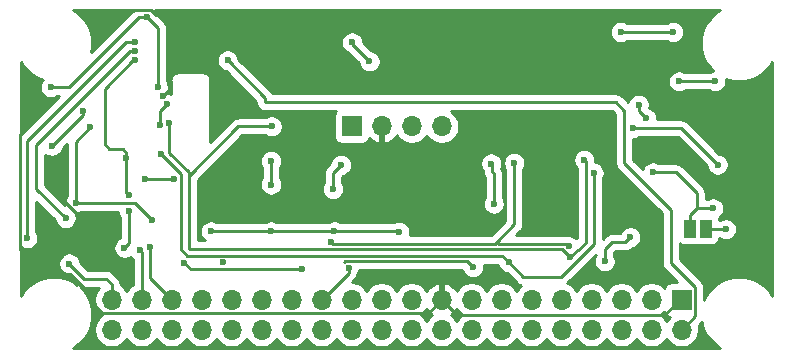
<source format=gbr>
G04 #@! TF.GenerationSoftware,KiCad,Pcbnew,(5.1.10-1-10_14)*
G04 #@! TF.CreationDate,2021-06-08T22:44:31-04:00*
G04 #@! TF.ProjectId,tr109-sensorboard,74723130-392d-4736-956e-736f72626f61,3*
G04 #@! TF.SameCoordinates,Original*
G04 #@! TF.FileFunction,Copper,L2,Bot*
G04 #@! TF.FilePolarity,Positive*
%FSLAX46Y46*%
G04 Gerber Fmt 4.6, Leading zero omitted, Abs format (unit mm)*
G04 Created by KiCad (PCBNEW (5.1.10-1-10_14)) date 2021-06-08 22:44:31*
%MOMM*%
%LPD*%
G01*
G04 APERTURE LIST*
G04 #@! TA.AperFunction,ComponentPad*
%ADD10O,1.700000X1.700000*%
G04 #@! TD*
G04 #@! TA.AperFunction,ComponentPad*
%ADD11R,1.700000X1.700000*%
G04 #@! TD*
G04 #@! TA.AperFunction,SMDPad,CuDef*
%ADD12R,1.000000X1.500000*%
G04 #@! TD*
G04 #@! TA.AperFunction,ViaPad*
%ADD13C,0.600000*%
G04 #@! TD*
G04 #@! TA.AperFunction,Conductor*
%ADD14C,0.250000*%
G04 #@! TD*
G04 #@! TA.AperFunction,Conductor*
%ADD15C,0.254000*%
G04 #@! TD*
G04 #@! TA.AperFunction,Conductor*
%ADD16C,0.100000*%
G04 #@! TD*
G04 APERTURE END LIST*
D10*
X108924000Y-123130000D03*
X108924000Y-120590000D03*
X111464000Y-123130000D03*
X111464000Y-120590000D03*
X114004000Y-123130000D03*
X114004000Y-120590000D03*
X116544000Y-123130000D03*
X116544000Y-120590000D03*
X119084000Y-123130000D03*
X119084000Y-120590000D03*
X121624000Y-123130000D03*
X121624000Y-120590000D03*
X124164000Y-123130000D03*
X124164000Y-120590000D03*
X126704000Y-123130000D03*
X126704000Y-120590000D03*
X129244000Y-123130000D03*
X129244000Y-120590000D03*
X131784000Y-123130000D03*
X131784000Y-120590000D03*
X134324000Y-123130000D03*
X134324000Y-120590000D03*
X136864000Y-123130000D03*
X136864000Y-120590000D03*
X139404000Y-123130000D03*
X139404000Y-120590000D03*
X141944000Y-123130000D03*
X141944000Y-120590000D03*
X144484000Y-123130000D03*
X144484000Y-120590000D03*
X147024000Y-123130000D03*
X147024000Y-120590000D03*
X149564000Y-123130000D03*
X149564000Y-120590000D03*
X152104000Y-123130000D03*
X152104000Y-120590000D03*
X154644000Y-123130000D03*
X154644000Y-120590000D03*
X157184000Y-123130000D03*
D11*
X157184000Y-120590000D03*
D10*
X136874000Y-105918000D03*
X134334000Y-105918000D03*
X131794000Y-105918000D03*
D11*
X129254000Y-105918000D03*
D12*
X157934900Y-114592100D03*
X159234900Y-114592100D03*
D13*
X160934400Y-114617500D03*
X105333800Y-117525800D03*
X128993902Y-117894100D03*
X127787400Y-114808000D03*
X122402600Y-114808000D03*
X133270000Y-114820000D03*
X117335300Y-114808000D03*
X103759000Y-102616000D03*
X112833600Y-102616000D03*
X160020000Y-102108000D03*
X156972000Y-102108000D03*
X156464000Y-97917000D03*
X152019000Y-97916998D03*
X113000000Y-105800006D03*
X111887000Y-96647000D03*
X113612244Y-104027928D03*
X142544800Y-117424200D03*
X149733000Y-109855000D03*
X113073276Y-108261590D03*
X148939690Y-108750100D03*
X147726400Y-116992400D03*
X153543000Y-104070600D03*
X154178000Y-105225400D03*
X113800000Y-105600000D03*
X122482001Y-105918003D03*
X160235900Y-109156500D03*
X153085800Y-106070400D03*
X122428000Y-110845600D03*
X122428000Y-108839000D03*
X127660400Y-111211090D03*
X128345000Y-109177410D03*
X154406600Y-96494600D03*
X149504400Y-101854000D03*
X155562300Y-103962200D03*
X163512500Y-111010700D03*
X149479000Y-105029000D03*
X158877000Y-118110000D03*
X113310215Y-103338797D03*
X111759998Y-110363000D03*
X114206223Y-110406281D03*
X118389400Y-117430100D03*
X111302800Y-116420900D03*
X112179100Y-116103400D03*
X110185200Y-108585000D03*
X110400000Y-111750000D03*
X110400000Y-113050000D03*
X110000000Y-116200000D03*
X118745000Y-100330000D03*
X110871000Y-100330000D03*
X152844500Y-115303300D03*
X150672800Y-117348000D03*
X105892600Y-112369600D03*
X127495300Y-115697000D03*
X143014700Y-108991400D03*
X115087400Y-117487700D03*
X125044200Y-118008400D03*
X112382300Y-113842800D03*
X147662900Y-116078000D03*
X107109260Y-106004360D03*
X159854900Y-112852200D03*
X154762200Y-109816900D03*
X105029000Y-113677700D03*
X110871006Y-99558403D03*
X130759200Y-100406200D03*
X129286002Y-98805998D03*
X110870994Y-98806000D03*
X101800000Y-115400000D03*
X141280000Y-112470000D03*
X141070000Y-109060000D03*
X139522200Y-117830600D03*
X103888540Y-107551220D03*
X106500563Y-104618423D03*
D14*
X160909000Y-114592100D02*
X160934400Y-114617500D01*
X159234900Y-114592100D02*
X160909000Y-114592100D01*
X108924000Y-120590000D02*
X108924000Y-119299900D01*
X108924000Y-119299900D02*
X108432600Y-118808500D01*
X106616500Y-118808500D02*
X105333800Y-117525800D01*
X108432600Y-118808500D02*
X106616500Y-118808500D01*
X126704000Y-120590000D02*
X128993902Y-118300098D01*
X128993902Y-118300098D02*
X128993902Y-117894100D01*
X127787400Y-114808000D02*
X122402600Y-114808000D01*
X122402600Y-114808000D02*
X117335300Y-114808000D01*
X133258000Y-114808000D02*
X133270000Y-114820000D01*
X127787400Y-114808000D02*
X133258000Y-114808000D01*
X160020000Y-102108000D02*
X156972000Y-102108000D01*
X156464000Y-97917000D02*
X152019002Y-97917000D01*
X152019002Y-97917000D02*
X152019000Y-97916998D01*
X103759000Y-102616000D02*
X105283000Y-102616000D01*
X105283000Y-102616000D02*
X111252000Y-96647000D01*
X111252000Y-96647000D02*
X111887000Y-96647000D01*
X113000000Y-105800006D02*
X113000000Y-104640172D01*
X113000000Y-104640172D02*
X113612244Y-104027928D01*
X112833600Y-97593600D02*
X112014000Y-96774000D01*
X112833600Y-102616000D02*
X112833600Y-97593600D01*
X149733000Y-110279264D02*
X149733000Y-109855000D01*
X142544800Y-117424200D02*
X143789400Y-118668800D01*
X143789400Y-118668800D02*
X146957386Y-118668800D01*
X149733000Y-115893186D02*
X149733000Y-110279264D01*
X146957386Y-118668800D02*
X149733000Y-115893186D01*
X114783624Y-109971938D02*
X113073276Y-108261590D01*
X114783624Y-116307624D02*
X114783624Y-109971938D01*
X141973300Y-116852700D02*
X115328700Y-116852700D01*
X115328700Y-116852700D02*
X114783624Y-116307624D01*
X142544800Y-117424200D02*
X141973300Y-116852700D01*
X149053990Y-108864400D02*
X148939690Y-108750100D01*
X149053990Y-115755614D02*
X149053990Y-108864400D01*
X147726400Y-116992400D02*
X149053990Y-115755614D01*
X115455700Y-116256698D02*
X115531002Y-116332000D01*
X147066000Y-116332000D02*
X147726400Y-116992400D01*
X115455700Y-110121700D02*
X115455700Y-116256698D01*
X115531002Y-116332000D02*
X147066000Y-116332000D01*
X153543000Y-104070600D02*
X153543000Y-104590400D01*
X153543000Y-104590400D02*
X154178000Y-105225400D01*
X115455700Y-110121700D02*
X115455700Y-109789468D01*
X115455700Y-109789468D02*
X113800000Y-108133768D01*
X113800000Y-108133768D02*
X113800000Y-105600000D01*
X115455700Y-110121700D02*
X119659397Y-105918003D01*
X119659397Y-105918003D02*
X122482001Y-105918003D01*
X160235900Y-109156500D02*
X157162500Y-106083100D01*
X153098500Y-106083100D02*
X153085800Y-106070400D01*
X157162500Y-106083100D02*
X153098500Y-106083100D01*
X122428000Y-108762800D02*
X122428000Y-110845600D01*
X122428000Y-108839000D02*
X122428000Y-108762800D01*
X127660400Y-111211090D02*
X127660400Y-109862010D01*
X127660400Y-109862010D02*
X128345000Y-109177410D01*
X136864000Y-120590000D02*
X138130500Y-121856500D01*
X138130500Y-121856500D02*
X155740100Y-121856500D01*
X157006600Y-120590000D02*
X157184000Y-120590000D01*
X155740100Y-121856500D02*
X157006600Y-120590000D01*
X154406600Y-96494600D02*
X112694600Y-96494600D01*
X112269599Y-96069599D02*
X110730401Y-96069599D01*
X112694600Y-96494600D02*
X112269599Y-96069599D01*
X105400000Y-118400000D02*
X103600000Y-118400000D01*
X107279001Y-120279001D02*
X105400000Y-118400000D01*
X107279001Y-120879001D02*
X107279001Y-120279001D01*
X108117401Y-121717401D02*
X107279001Y-120879001D01*
X135736599Y-121717401D02*
X108117401Y-121717401D01*
X136864000Y-120590000D02*
X135736599Y-121717401D01*
X103600000Y-118400000D02*
X103600000Y-117400000D01*
X101200000Y-116400000D02*
X101200000Y-106600000D01*
X102200000Y-117400000D02*
X101200000Y-116400000D01*
X103600000Y-117400000D02*
X102200000Y-117400000D01*
X101200000Y-106600000D02*
X101400000Y-106400000D01*
X104800000Y-116800000D02*
X104800000Y-115400000D01*
X103600000Y-117400000D02*
X104200000Y-117400000D01*
X104200000Y-117400000D02*
X104800000Y-116800000D01*
X104468446Y-111800000D02*
X104200000Y-111800000D01*
X104800000Y-115400000D02*
X106000000Y-114200000D01*
X106000000Y-114200000D02*
X106000000Y-113331554D01*
X106000000Y-113331554D02*
X104468446Y-111800000D01*
X113800000Y-102849012D02*
X113310215Y-103338797D01*
X113800000Y-101200000D02*
X113800000Y-102849012D01*
X114200000Y-100800000D02*
X113800000Y-101200000D01*
X114206223Y-110406281D02*
X111803279Y-110406281D01*
X111803279Y-110406281D02*
X111759998Y-110363000D01*
X111470000Y-120584000D02*
X111464000Y-120590000D01*
X111470000Y-116588100D02*
X111470000Y-120584000D01*
X111302800Y-116420900D02*
X111470000Y-116588100D01*
X112179100Y-118765100D02*
X114004000Y-120590000D01*
X112179100Y-116103400D02*
X112179100Y-118765100D01*
X110185200Y-111535200D02*
X110400000Y-111750000D01*
X110185200Y-108585000D02*
X110185200Y-111535200D01*
X110400000Y-115800000D02*
X110000000Y-116200000D01*
X110400000Y-113050000D02*
X110400000Y-115800000D01*
X110134400Y-108534200D02*
X110185200Y-108585000D01*
X110185200Y-108153200D02*
X110185200Y-108585000D01*
X109855000Y-107823000D02*
X110185200Y-108153200D01*
X108712000Y-107823000D02*
X109855000Y-107823000D01*
X108331000Y-102743000D02*
X108331000Y-107442000D01*
X110744000Y-100330000D02*
X108331000Y-102743000D01*
X151638000Y-103886000D02*
X121920000Y-103886000D01*
X158311401Y-119518079D02*
X156268322Y-117475000D01*
X152342401Y-109035401D02*
X152342401Y-104590401D01*
X108331000Y-107442000D02*
X108712000Y-107823000D01*
X156268322Y-112961322D02*
X152342401Y-109035401D01*
X157184000Y-123130000D02*
X158311401Y-122002599D01*
X156268322Y-117475000D02*
X156268322Y-112961322D01*
X158311401Y-122002599D02*
X158311401Y-119518079D01*
X152342401Y-104590401D02*
X151638000Y-103886000D01*
X121920000Y-103886000D02*
X121920000Y-103505000D01*
X121920000Y-103505000D02*
X118745000Y-100330000D01*
X118745000Y-100330000D02*
X118745000Y-100330000D01*
X152844500Y-115303300D02*
X152425400Y-115722400D01*
X152425400Y-115722400D02*
X151257000Y-115722400D01*
X150672800Y-116306600D02*
X150672800Y-117348000D01*
X151257000Y-115722400D02*
X150672800Y-116306600D01*
X143014700Y-114198400D02*
X143014700Y-108991400D01*
X141516100Y-115697000D02*
X143014700Y-114198400D01*
X115087400Y-117487700D02*
X115608100Y-118008400D01*
X115608100Y-118008400D02*
X125044200Y-118008400D01*
X105892600Y-112369600D02*
X110909100Y-112369600D01*
X110909100Y-112369600D02*
X112382300Y-113842800D01*
X141351000Y-115862100D02*
X141516100Y-115697000D01*
X127660400Y-115862100D02*
X141351000Y-115862100D01*
X127495300Y-115697000D02*
X127660400Y-115862100D01*
X147459700Y-115874800D02*
X147662900Y-116078000D01*
X141693900Y-115874800D02*
X147459700Y-115874800D01*
X141516100Y-115697000D02*
X141693900Y-115874800D01*
X105892600Y-107221020D02*
X107109260Y-106004360D01*
X105892600Y-112369600D02*
X105892600Y-107221020D01*
X157934900Y-113375258D02*
X158457958Y-112852200D01*
X157934900Y-114592100D02*
X157934900Y-113375258D01*
X158457958Y-112852200D02*
X159854900Y-112852200D01*
X158457958Y-112852200D02*
X158457958Y-111556858D01*
X156718000Y-109816900D02*
X154762200Y-109816900D01*
X158457958Y-111556858D02*
X156718000Y-109816900D01*
X105029000Y-113677700D02*
X102561839Y-111210539D01*
X102561839Y-107496161D02*
X110499597Y-99558403D01*
X110499597Y-99558403D02*
X110871006Y-99558403D01*
X102561839Y-111210539D02*
X102561839Y-107496161D01*
X130759200Y-100406200D02*
X129286002Y-98933002D01*
X129286002Y-98933002D02*
X129286002Y-98805998D01*
X110870994Y-98806000D02*
X110109000Y-98806000D01*
X101800000Y-107115000D02*
X101800000Y-115400000D01*
X110109000Y-98806000D02*
X101800000Y-107115000D01*
X141097000Y-109087000D02*
X141070000Y-109060000D01*
X141097000Y-109728000D02*
X141097000Y-109087000D01*
X141280000Y-112470000D02*
X141280000Y-109911000D01*
X141280000Y-109911000D02*
X141097000Y-109728000D01*
X139008299Y-117316699D02*
X139522200Y-117830600D01*
X128716749Y-117316699D02*
X139008299Y-117316699D01*
X128603348Y-117430100D02*
X128716749Y-117316699D01*
X103888540Y-107551220D02*
X106500563Y-104939197D01*
X106500563Y-104939197D02*
X106500563Y-104618423D01*
D15*
X106324253Y-119514046D02*
X106467514Y-119557503D01*
X106579167Y-119568500D01*
X106579175Y-119568500D01*
X106616500Y-119572176D01*
X106653825Y-119568500D01*
X107845393Y-119568500D01*
X107770525Y-119643368D01*
X107608010Y-119886589D01*
X107496068Y-120156842D01*
X107439000Y-120443740D01*
X107439000Y-120736260D01*
X107496068Y-121023158D01*
X107608010Y-121293411D01*
X107770525Y-121536632D01*
X107977368Y-121743475D01*
X108151760Y-121860000D01*
X107977368Y-121976525D01*
X107770525Y-122183368D01*
X107608010Y-122426589D01*
X107496068Y-122696842D01*
X107439000Y-122983740D01*
X107439000Y-123276260D01*
X107496068Y-123563158D01*
X107608010Y-123833411D01*
X107770525Y-124076632D01*
X107977368Y-124283475D01*
X108220589Y-124445990D01*
X108490842Y-124557932D01*
X108777740Y-124615000D01*
X109070260Y-124615000D01*
X109357158Y-124557932D01*
X109627411Y-124445990D01*
X109870632Y-124283475D01*
X110077475Y-124076632D01*
X110194000Y-123902240D01*
X110310525Y-124076632D01*
X110517368Y-124283475D01*
X110760589Y-124445990D01*
X111030842Y-124557932D01*
X111317740Y-124615000D01*
X111610260Y-124615000D01*
X111897158Y-124557932D01*
X112167411Y-124445990D01*
X112410632Y-124283475D01*
X112617475Y-124076632D01*
X112734000Y-123902240D01*
X112850525Y-124076632D01*
X113057368Y-124283475D01*
X113300589Y-124445990D01*
X113570842Y-124557932D01*
X113857740Y-124615000D01*
X114150260Y-124615000D01*
X114437158Y-124557932D01*
X114707411Y-124445990D01*
X114950632Y-124283475D01*
X115157475Y-124076632D01*
X115274000Y-123902240D01*
X115390525Y-124076632D01*
X115597368Y-124283475D01*
X115840589Y-124445990D01*
X116110842Y-124557932D01*
X116397740Y-124615000D01*
X116690260Y-124615000D01*
X116977158Y-124557932D01*
X117247411Y-124445990D01*
X117490632Y-124283475D01*
X117697475Y-124076632D01*
X117814000Y-123902240D01*
X117930525Y-124076632D01*
X118137368Y-124283475D01*
X118380589Y-124445990D01*
X118650842Y-124557932D01*
X118937740Y-124615000D01*
X119230260Y-124615000D01*
X119517158Y-124557932D01*
X119787411Y-124445990D01*
X120030632Y-124283475D01*
X120237475Y-124076632D01*
X120354000Y-123902240D01*
X120470525Y-124076632D01*
X120677368Y-124283475D01*
X120920589Y-124445990D01*
X121190842Y-124557932D01*
X121477740Y-124615000D01*
X121770260Y-124615000D01*
X122057158Y-124557932D01*
X122327411Y-124445990D01*
X122570632Y-124283475D01*
X122777475Y-124076632D01*
X122894000Y-123902240D01*
X123010525Y-124076632D01*
X123217368Y-124283475D01*
X123460589Y-124445990D01*
X123730842Y-124557932D01*
X124017740Y-124615000D01*
X124310260Y-124615000D01*
X124597158Y-124557932D01*
X124867411Y-124445990D01*
X125110632Y-124283475D01*
X125317475Y-124076632D01*
X125434000Y-123902240D01*
X125550525Y-124076632D01*
X125757368Y-124283475D01*
X126000589Y-124445990D01*
X126270842Y-124557932D01*
X126557740Y-124615000D01*
X126850260Y-124615000D01*
X127137158Y-124557932D01*
X127407411Y-124445990D01*
X127650632Y-124283475D01*
X127857475Y-124076632D01*
X127974000Y-123902240D01*
X128090525Y-124076632D01*
X128297368Y-124283475D01*
X128540589Y-124445990D01*
X128810842Y-124557932D01*
X129097740Y-124615000D01*
X129390260Y-124615000D01*
X129677158Y-124557932D01*
X129947411Y-124445990D01*
X130190632Y-124283475D01*
X130397475Y-124076632D01*
X130514000Y-123902240D01*
X130630525Y-124076632D01*
X130837368Y-124283475D01*
X131080589Y-124445990D01*
X131350842Y-124557932D01*
X131637740Y-124615000D01*
X131930260Y-124615000D01*
X132217158Y-124557932D01*
X132487411Y-124445990D01*
X132730632Y-124283475D01*
X132937475Y-124076632D01*
X133054000Y-123902240D01*
X133170525Y-124076632D01*
X133377368Y-124283475D01*
X133620589Y-124445990D01*
X133890842Y-124557932D01*
X134177740Y-124615000D01*
X134470260Y-124615000D01*
X134757158Y-124557932D01*
X135027411Y-124445990D01*
X135270632Y-124283475D01*
X135477475Y-124076632D01*
X135594000Y-123902240D01*
X135710525Y-124076632D01*
X135917368Y-124283475D01*
X136160589Y-124445990D01*
X136430842Y-124557932D01*
X136717740Y-124615000D01*
X137010260Y-124615000D01*
X137297158Y-124557932D01*
X137567411Y-124445990D01*
X137810632Y-124283475D01*
X138017475Y-124076632D01*
X138134000Y-123902240D01*
X138250525Y-124076632D01*
X138457368Y-124283475D01*
X138700589Y-124445990D01*
X138970842Y-124557932D01*
X139257740Y-124615000D01*
X139550260Y-124615000D01*
X139837158Y-124557932D01*
X140107411Y-124445990D01*
X140350632Y-124283475D01*
X140557475Y-124076632D01*
X140674000Y-123902240D01*
X140790525Y-124076632D01*
X140997368Y-124283475D01*
X141240589Y-124445990D01*
X141510842Y-124557932D01*
X141797740Y-124615000D01*
X142090260Y-124615000D01*
X142377158Y-124557932D01*
X142647411Y-124445990D01*
X142890632Y-124283475D01*
X143097475Y-124076632D01*
X143214000Y-123902240D01*
X143330525Y-124076632D01*
X143537368Y-124283475D01*
X143780589Y-124445990D01*
X144050842Y-124557932D01*
X144337740Y-124615000D01*
X144630260Y-124615000D01*
X144917158Y-124557932D01*
X145187411Y-124445990D01*
X145430632Y-124283475D01*
X145637475Y-124076632D01*
X145754000Y-123902240D01*
X145870525Y-124076632D01*
X146077368Y-124283475D01*
X146320589Y-124445990D01*
X146590842Y-124557932D01*
X146877740Y-124615000D01*
X147170260Y-124615000D01*
X147457158Y-124557932D01*
X147727411Y-124445990D01*
X147970632Y-124283475D01*
X148177475Y-124076632D01*
X148294000Y-123902240D01*
X148410525Y-124076632D01*
X148617368Y-124283475D01*
X148860589Y-124445990D01*
X149130842Y-124557932D01*
X149417740Y-124615000D01*
X149710260Y-124615000D01*
X149997158Y-124557932D01*
X150267411Y-124445990D01*
X150510632Y-124283475D01*
X150717475Y-124076632D01*
X150834000Y-123902240D01*
X150950525Y-124076632D01*
X151157368Y-124283475D01*
X151400589Y-124445990D01*
X151670842Y-124557932D01*
X151957740Y-124615000D01*
X152250260Y-124615000D01*
X152537158Y-124557932D01*
X152807411Y-124445990D01*
X153050632Y-124283475D01*
X153257475Y-124076632D01*
X153374000Y-123902240D01*
X153490525Y-124076632D01*
X153697368Y-124283475D01*
X153940589Y-124445990D01*
X154210842Y-124557932D01*
X154497740Y-124615000D01*
X154790260Y-124615000D01*
X155077158Y-124557932D01*
X155347411Y-124445990D01*
X155590632Y-124283475D01*
X155797475Y-124076632D01*
X155914000Y-123902240D01*
X156030525Y-124076632D01*
X156237368Y-124283475D01*
X156480589Y-124445990D01*
X156750842Y-124557932D01*
X157037740Y-124615000D01*
X157330260Y-124615000D01*
X157617158Y-124557932D01*
X157887411Y-124445990D01*
X158130632Y-124283475D01*
X158337475Y-124076632D01*
X158499990Y-123833411D01*
X158611932Y-123563158D01*
X158669000Y-123276260D01*
X158669000Y-122983740D01*
X158625210Y-122763592D01*
X158822405Y-122566397D01*
X158851402Y-122542600D01*
X158890162Y-122495370D01*
X158951012Y-122801281D01*
X159194270Y-123388558D01*
X159547425Y-123917093D01*
X159996907Y-124366575D01*
X160458499Y-124675000D01*
X105649501Y-124675000D01*
X106111093Y-124366575D01*
X106560575Y-123917093D01*
X106913730Y-123388558D01*
X107156988Y-122801281D01*
X107281000Y-122177832D01*
X107281000Y-121542168D01*
X107156988Y-120918719D01*
X106913730Y-120331442D01*
X106560575Y-119802907D01*
X106211383Y-119453715D01*
X106324253Y-119514046D01*
G04 #@! TA.AperFunction,Conductor*
D16*
G36*
X106324253Y-119514046D02*
G01*
X106467514Y-119557503D01*
X106579167Y-119568500D01*
X106579175Y-119568500D01*
X106616500Y-119572176D01*
X106653825Y-119568500D01*
X107845393Y-119568500D01*
X107770525Y-119643368D01*
X107608010Y-119886589D01*
X107496068Y-120156842D01*
X107439000Y-120443740D01*
X107439000Y-120736260D01*
X107496068Y-121023158D01*
X107608010Y-121293411D01*
X107770525Y-121536632D01*
X107977368Y-121743475D01*
X108151760Y-121860000D01*
X107977368Y-121976525D01*
X107770525Y-122183368D01*
X107608010Y-122426589D01*
X107496068Y-122696842D01*
X107439000Y-122983740D01*
X107439000Y-123276260D01*
X107496068Y-123563158D01*
X107608010Y-123833411D01*
X107770525Y-124076632D01*
X107977368Y-124283475D01*
X108220589Y-124445990D01*
X108490842Y-124557932D01*
X108777740Y-124615000D01*
X109070260Y-124615000D01*
X109357158Y-124557932D01*
X109627411Y-124445990D01*
X109870632Y-124283475D01*
X110077475Y-124076632D01*
X110194000Y-123902240D01*
X110310525Y-124076632D01*
X110517368Y-124283475D01*
X110760589Y-124445990D01*
X111030842Y-124557932D01*
X111317740Y-124615000D01*
X111610260Y-124615000D01*
X111897158Y-124557932D01*
X112167411Y-124445990D01*
X112410632Y-124283475D01*
X112617475Y-124076632D01*
X112734000Y-123902240D01*
X112850525Y-124076632D01*
X113057368Y-124283475D01*
X113300589Y-124445990D01*
X113570842Y-124557932D01*
X113857740Y-124615000D01*
X114150260Y-124615000D01*
X114437158Y-124557932D01*
X114707411Y-124445990D01*
X114950632Y-124283475D01*
X115157475Y-124076632D01*
X115274000Y-123902240D01*
X115390525Y-124076632D01*
X115597368Y-124283475D01*
X115840589Y-124445990D01*
X116110842Y-124557932D01*
X116397740Y-124615000D01*
X116690260Y-124615000D01*
X116977158Y-124557932D01*
X117247411Y-124445990D01*
X117490632Y-124283475D01*
X117697475Y-124076632D01*
X117814000Y-123902240D01*
X117930525Y-124076632D01*
X118137368Y-124283475D01*
X118380589Y-124445990D01*
X118650842Y-124557932D01*
X118937740Y-124615000D01*
X119230260Y-124615000D01*
X119517158Y-124557932D01*
X119787411Y-124445990D01*
X120030632Y-124283475D01*
X120237475Y-124076632D01*
X120354000Y-123902240D01*
X120470525Y-124076632D01*
X120677368Y-124283475D01*
X120920589Y-124445990D01*
X121190842Y-124557932D01*
X121477740Y-124615000D01*
X121770260Y-124615000D01*
X122057158Y-124557932D01*
X122327411Y-124445990D01*
X122570632Y-124283475D01*
X122777475Y-124076632D01*
X122894000Y-123902240D01*
X123010525Y-124076632D01*
X123217368Y-124283475D01*
X123460589Y-124445990D01*
X123730842Y-124557932D01*
X124017740Y-124615000D01*
X124310260Y-124615000D01*
X124597158Y-124557932D01*
X124867411Y-124445990D01*
X125110632Y-124283475D01*
X125317475Y-124076632D01*
X125434000Y-123902240D01*
X125550525Y-124076632D01*
X125757368Y-124283475D01*
X126000589Y-124445990D01*
X126270842Y-124557932D01*
X126557740Y-124615000D01*
X126850260Y-124615000D01*
X127137158Y-124557932D01*
X127407411Y-124445990D01*
X127650632Y-124283475D01*
X127857475Y-124076632D01*
X127974000Y-123902240D01*
X128090525Y-124076632D01*
X128297368Y-124283475D01*
X128540589Y-124445990D01*
X128810842Y-124557932D01*
X129097740Y-124615000D01*
X129390260Y-124615000D01*
X129677158Y-124557932D01*
X129947411Y-124445990D01*
X130190632Y-124283475D01*
X130397475Y-124076632D01*
X130514000Y-123902240D01*
X130630525Y-124076632D01*
X130837368Y-124283475D01*
X131080589Y-124445990D01*
X131350842Y-124557932D01*
X131637740Y-124615000D01*
X131930260Y-124615000D01*
X132217158Y-124557932D01*
X132487411Y-124445990D01*
X132730632Y-124283475D01*
X132937475Y-124076632D01*
X133054000Y-123902240D01*
X133170525Y-124076632D01*
X133377368Y-124283475D01*
X133620589Y-124445990D01*
X133890842Y-124557932D01*
X134177740Y-124615000D01*
X134470260Y-124615000D01*
X134757158Y-124557932D01*
X135027411Y-124445990D01*
X135270632Y-124283475D01*
X135477475Y-124076632D01*
X135594000Y-123902240D01*
X135710525Y-124076632D01*
X135917368Y-124283475D01*
X136160589Y-124445990D01*
X136430842Y-124557932D01*
X136717740Y-124615000D01*
X137010260Y-124615000D01*
X137297158Y-124557932D01*
X137567411Y-124445990D01*
X137810632Y-124283475D01*
X138017475Y-124076632D01*
X138134000Y-123902240D01*
X138250525Y-124076632D01*
X138457368Y-124283475D01*
X138700589Y-124445990D01*
X138970842Y-124557932D01*
X139257740Y-124615000D01*
X139550260Y-124615000D01*
X139837158Y-124557932D01*
X140107411Y-124445990D01*
X140350632Y-124283475D01*
X140557475Y-124076632D01*
X140674000Y-123902240D01*
X140790525Y-124076632D01*
X140997368Y-124283475D01*
X141240589Y-124445990D01*
X141510842Y-124557932D01*
X141797740Y-124615000D01*
X142090260Y-124615000D01*
X142377158Y-124557932D01*
X142647411Y-124445990D01*
X142890632Y-124283475D01*
X143097475Y-124076632D01*
X143214000Y-123902240D01*
X143330525Y-124076632D01*
X143537368Y-124283475D01*
X143780589Y-124445990D01*
X144050842Y-124557932D01*
X144337740Y-124615000D01*
X144630260Y-124615000D01*
X144917158Y-124557932D01*
X145187411Y-124445990D01*
X145430632Y-124283475D01*
X145637475Y-124076632D01*
X145754000Y-123902240D01*
X145870525Y-124076632D01*
X146077368Y-124283475D01*
X146320589Y-124445990D01*
X146590842Y-124557932D01*
X146877740Y-124615000D01*
X147170260Y-124615000D01*
X147457158Y-124557932D01*
X147727411Y-124445990D01*
X147970632Y-124283475D01*
X148177475Y-124076632D01*
X148294000Y-123902240D01*
X148410525Y-124076632D01*
X148617368Y-124283475D01*
X148860589Y-124445990D01*
X149130842Y-124557932D01*
X149417740Y-124615000D01*
X149710260Y-124615000D01*
X149997158Y-124557932D01*
X150267411Y-124445990D01*
X150510632Y-124283475D01*
X150717475Y-124076632D01*
X150834000Y-123902240D01*
X150950525Y-124076632D01*
X151157368Y-124283475D01*
X151400589Y-124445990D01*
X151670842Y-124557932D01*
X151957740Y-124615000D01*
X152250260Y-124615000D01*
X152537158Y-124557932D01*
X152807411Y-124445990D01*
X153050632Y-124283475D01*
X153257475Y-124076632D01*
X153374000Y-123902240D01*
X153490525Y-124076632D01*
X153697368Y-124283475D01*
X153940589Y-124445990D01*
X154210842Y-124557932D01*
X154497740Y-124615000D01*
X154790260Y-124615000D01*
X155077158Y-124557932D01*
X155347411Y-124445990D01*
X155590632Y-124283475D01*
X155797475Y-124076632D01*
X155914000Y-123902240D01*
X156030525Y-124076632D01*
X156237368Y-124283475D01*
X156480589Y-124445990D01*
X156750842Y-124557932D01*
X157037740Y-124615000D01*
X157330260Y-124615000D01*
X157617158Y-124557932D01*
X157887411Y-124445990D01*
X158130632Y-124283475D01*
X158337475Y-124076632D01*
X158499990Y-123833411D01*
X158611932Y-123563158D01*
X158669000Y-123276260D01*
X158669000Y-122983740D01*
X158625210Y-122763592D01*
X158822405Y-122566397D01*
X158851402Y-122542600D01*
X158890162Y-122495370D01*
X158951012Y-122801281D01*
X159194270Y-123388558D01*
X159547425Y-123917093D01*
X159996907Y-124366575D01*
X160458499Y-124675000D01*
X105649501Y-124675000D01*
X106111093Y-124366575D01*
X106560575Y-123917093D01*
X106913730Y-123388558D01*
X107156988Y-122801281D01*
X107281000Y-122177832D01*
X107281000Y-121542168D01*
X107156988Y-120918719D01*
X106913730Y-120331442D01*
X106560575Y-119802907D01*
X106211383Y-119453715D01*
X106324253Y-119514046D01*
G37*
G04 #@! TD.AperFunction*
D15*
X135668822Y-121471355D02*
X135863731Y-121687588D01*
X136093406Y-121858900D01*
X135917368Y-121976525D01*
X135710525Y-122183368D01*
X135594000Y-122357760D01*
X135477475Y-122183368D01*
X135270632Y-121976525D01*
X135096240Y-121860000D01*
X135270632Y-121743475D01*
X135477475Y-121536632D01*
X135599195Y-121354466D01*
X135668822Y-121471355D01*
G04 #@! TA.AperFunction,Conductor*
D16*
G36*
X135668822Y-121471355D02*
G01*
X135863731Y-121687588D01*
X136093406Y-121858900D01*
X135917368Y-121976525D01*
X135710525Y-122183368D01*
X135594000Y-122357760D01*
X135477475Y-122183368D01*
X135270632Y-121976525D01*
X135096240Y-121860000D01*
X135270632Y-121743475D01*
X135477475Y-121536632D01*
X135599195Y-121354466D01*
X135668822Y-121471355D01*
G37*
G04 #@! TD.AperFunction*
D15*
X138250525Y-121536632D02*
X138457368Y-121743475D01*
X138631760Y-121860000D01*
X138457368Y-121976525D01*
X138250525Y-122183368D01*
X138134000Y-122357760D01*
X138017475Y-122183368D01*
X137810632Y-121976525D01*
X137634594Y-121858900D01*
X137864269Y-121687588D01*
X138059178Y-121471355D01*
X138128805Y-121354466D01*
X138250525Y-121536632D01*
G04 #@! TA.AperFunction,Conductor*
D16*
G36*
X138250525Y-121536632D02*
G01*
X138457368Y-121743475D01*
X138631760Y-121860000D01*
X138457368Y-121976525D01*
X138250525Y-122183368D01*
X138134000Y-122357760D01*
X138017475Y-122183368D01*
X137810632Y-121976525D01*
X137634594Y-121858900D01*
X137864269Y-121687588D01*
X138059178Y-121471355D01*
X138128805Y-121354466D01*
X138250525Y-121536632D01*
G37*
G04 #@! TD.AperFunction*
D15*
X155744498Y-121684180D02*
X155803463Y-121794494D01*
X155882815Y-121891185D01*
X155979506Y-121970537D01*
X156089820Y-122029502D01*
X156162380Y-122051513D01*
X156030525Y-122183368D01*
X155914000Y-122357760D01*
X155797475Y-122183368D01*
X155590632Y-121976525D01*
X155416240Y-121860000D01*
X155590632Y-121743475D01*
X155722487Y-121611620D01*
X155744498Y-121684180D01*
G04 #@! TA.AperFunction,Conductor*
D16*
G36*
X155744498Y-121684180D02*
G01*
X155803463Y-121794494D01*
X155882815Y-121891185D01*
X155979506Y-121970537D01*
X156089820Y-122029502D01*
X156162380Y-122051513D01*
X156030525Y-122183368D01*
X155914000Y-122357760D01*
X155797475Y-122183368D01*
X155590632Y-121976525D01*
X155416240Y-121860000D01*
X155590632Y-121743475D01*
X155722487Y-121611620D01*
X155744498Y-121684180D01*
G37*
G04 #@! TD.AperFunction*
D15*
X157311000Y-120463000D02*
X157331000Y-120463000D01*
X157331000Y-120717000D01*
X157311000Y-120717000D01*
X157311000Y-120737000D01*
X157057000Y-120737000D01*
X157057000Y-120717000D01*
X157037000Y-120717000D01*
X157037000Y-120463000D01*
X157057000Y-120463000D01*
X157057000Y-120443000D01*
X157311000Y-120443000D01*
X157311000Y-120463000D01*
G04 #@! TA.AperFunction,Conductor*
D16*
G36*
X157311000Y-120463000D02*
G01*
X157331000Y-120463000D01*
X157331000Y-120717000D01*
X157311000Y-120717000D01*
X157311000Y-120737000D01*
X157057000Y-120737000D01*
X157057000Y-120717000D01*
X157037000Y-120717000D01*
X157037000Y-120463000D01*
X157057000Y-120463000D01*
X157057000Y-120443000D01*
X157311000Y-120443000D01*
X157311000Y-120463000D01*
G37*
G04 #@! TD.AperFunction*
D15*
X141645732Y-117696929D02*
X141716214Y-117867089D01*
X141818538Y-118020228D01*
X141948772Y-118150462D01*
X142101911Y-118252786D01*
X142272071Y-118323268D01*
X142393151Y-118347353D01*
X143225601Y-119179803D01*
X143249399Y-119208801D01*
X143365124Y-119303774D01*
X143497153Y-119374346D01*
X143588813Y-119402150D01*
X143537368Y-119436525D01*
X143330525Y-119643368D01*
X143214000Y-119817760D01*
X143097475Y-119643368D01*
X142890632Y-119436525D01*
X142647411Y-119274010D01*
X142377158Y-119162068D01*
X142090260Y-119105000D01*
X141797740Y-119105000D01*
X141510842Y-119162068D01*
X141240589Y-119274010D01*
X140997368Y-119436525D01*
X140790525Y-119643368D01*
X140674000Y-119817760D01*
X140557475Y-119643368D01*
X140350632Y-119436525D01*
X140107411Y-119274010D01*
X139837158Y-119162068D01*
X139550260Y-119105000D01*
X139257740Y-119105000D01*
X138970842Y-119162068D01*
X138700589Y-119274010D01*
X138457368Y-119436525D01*
X138250525Y-119643368D01*
X138128805Y-119825534D01*
X138059178Y-119708645D01*
X137864269Y-119492412D01*
X137630920Y-119318359D01*
X137368099Y-119193175D01*
X137220890Y-119148524D01*
X136991000Y-119269845D01*
X136991000Y-120463000D01*
X137011000Y-120463000D01*
X137011000Y-120717000D01*
X136991000Y-120717000D01*
X136991000Y-120737000D01*
X136737000Y-120737000D01*
X136737000Y-120717000D01*
X136717000Y-120717000D01*
X136717000Y-120463000D01*
X136737000Y-120463000D01*
X136737000Y-119269845D01*
X136507110Y-119148524D01*
X136359901Y-119193175D01*
X136097080Y-119318359D01*
X135863731Y-119492412D01*
X135668822Y-119708645D01*
X135599195Y-119825534D01*
X135477475Y-119643368D01*
X135270632Y-119436525D01*
X135027411Y-119274010D01*
X134757158Y-119162068D01*
X134470260Y-119105000D01*
X134177740Y-119105000D01*
X133890842Y-119162068D01*
X133620589Y-119274010D01*
X133377368Y-119436525D01*
X133170525Y-119643368D01*
X133054000Y-119817760D01*
X132937475Y-119643368D01*
X132730632Y-119436525D01*
X132487411Y-119274010D01*
X132217158Y-119162068D01*
X131930260Y-119105000D01*
X131637740Y-119105000D01*
X131350842Y-119162068D01*
X131080589Y-119274010D01*
X130837368Y-119436525D01*
X130630525Y-119643368D01*
X130514000Y-119817760D01*
X130397475Y-119643368D01*
X130190632Y-119436525D01*
X129947411Y-119274010D01*
X129677158Y-119162068D01*
X129390260Y-119105000D01*
X129263803Y-119105000D01*
X129504911Y-118863892D01*
X129533903Y-118840099D01*
X129557697Y-118811106D01*
X129557701Y-118811102D01*
X129628875Y-118724375D01*
X129628876Y-118724374D01*
X129699448Y-118592345D01*
X129739011Y-118461922D01*
X129822488Y-118336989D01*
X129892970Y-118166829D01*
X129910898Y-118076699D01*
X138617835Y-118076699D01*
X138623132Y-118103329D01*
X138693614Y-118273489D01*
X138795938Y-118426628D01*
X138926172Y-118556862D01*
X139079311Y-118659186D01*
X139249471Y-118729668D01*
X139430111Y-118765600D01*
X139614289Y-118765600D01*
X139794929Y-118729668D01*
X139965089Y-118659186D01*
X140118228Y-118556862D01*
X140248462Y-118426628D01*
X140350786Y-118273489D01*
X140421268Y-118103329D01*
X140457200Y-117922689D01*
X140457200Y-117738511D01*
X140432174Y-117612700D01*
X141628978Y-117612700D01*
X141645732Y-117696929D01*
G04 #@! TA.AperFunction,Conductor*
D16*
G36*
X141645732Y-117696929D02*
G01*
X141716214Y-117867089D01*
X141818538Y-118020228D01*
X141948772Y-118150462D01*
X142101911Y-118252786D01*
X142272071Y-118323268D01*
X142393151Y-118347353D01*
X143225601Y-119179803D01*
X143249399Y-119208801D01*
X143365124Y-119303774D01*
X143497153Y-119374346D01*
X143588813Y-119402150D01*
X143537368Y-119436525D01*
X143330525Y-119643368D01*
X143214000Y-119817760D01*
X143097475Y-119643368D01*
X142890632Y-119436525D01*
X142647411Y-119274010D01*
X142377158Y-119162068D01*
X142090260Y-119105000D01*
X141797740Y-119105000D01*
X141510842Y-119162068D01*
X141240589Y-119274010D01*
X140997368Y-119436525D01*
X140790525Y-119643368D01*
X140674000Y-119817760D01*
X140557475Y-119643368D01*
X140350632Y-119436525D01*
X140107411Y-119274010D01*
X139837158Y-119162068D01*
X139550260Y-119105000D01*
X139257740Y-119105000D01*
X138970842Y-119162068D01*
X138700589Y-119274010D01*
X138457368Y-119436525D01*
X138250525Y-119643368D01*
X138128805Y-119825534D01*
X138059178Y-119708645D01*
X137864269Y-119492412D01*
X137630920Y-119318359D01*
X137368099Y-119193175D01*
X137220890Y-119148524D01*
X136991000Y-119269845D01*
X136991000Y-120463000D01*
X137011000Y-120463000D01*
X137011000Y-120717000D01*
X136991000Y-120717000D01*
X136991000Y-120737000D01*
X136737000Y-120737000D01*
X136737000Y-120717000D01*
X136717000Y-120717000D01*
X136717000Y-120463000D01*
X136737000Y-120463000D01*
X136737000Y-119269845D01*
X136507110Y-119148524D01*
X136359901Y-119193175D01*
X136097080Y-119318359D01*
X135863731Y-119492412D01*
X135668822Y-119708645D01*
X135599195Y-119825534D01*
X135477475Y-119643368D01*
X135270632Y-119436525D01*
X135027411Y-119274010D01*
X134757158Y-119162068D01*
X134470260Y-119105000D01*
X134177740Y-119105000D01*
X133890842Y-119162068D01*
X133620589Y-119274010D01*
X133377368Y-119436525D01*
X133170525Y-119643368D01*
X133054000Y-119817760D01*
X132937475Y-119643368D01*
X132730632Y-119436525D01*
X132487411Y-119274010D01*
X132217158Y-119162068D01*
X131930260Y-119105000D01*
X131637740Y-119105000D01*
X131350842Y-119162068D01*
X131080589Y-119274010D01*
X130837368Y-119436525D01*
X130630525Y-119643368D01*
X130514000Y-119817760D01*
X130397475Y-119643368D01*
X130190632Y-119436525D01*
X129947411Y-119274010D01*
X129677158Y-119162068D01*
X129390260Y-119105000D01*
X129263803Y-119105000D01*
X129504911Y-118863892D01*
X129533903Y-118840099D01*
X129557697Y-118811106D01*
X129557701Y-118811102D01*
X129628875Y-118724375D01*
X129628876Y-118724374D01*
X129699448Y-118592345D01*
X129739011Y-118461922D01*
X129822488Y-118336989D01*
X129892970Y-118166829D01*
X129910898Y-118076699D01*
X138617835Y-118076699D01*
X138623132Y-118103329D01*
X138693614Y-118273489D01*
X138795938Y-118426628D01*
X138926172Y-118556862D01*
X139079311Y-118659186D01*
X139249471Y-118729668D01*
X139430111Y-118765600D01*
X139614289Y-118765600D01*
X139794929Y-118729668D01*
X139965089Y-118659186D01*
X140118228Y-118556862D01*
X140248462Y-118426628D01*
X140350786Y-118273489D01*
X140421268Y-118103329D01*
X140457200Y-117922689D01*
X140457200Y-117738511D01*
X140432174Y-117612700D01*
X141628978Y-117612700D01*
X141645732Y-117696929D01*
G37*
G04 #@! TD.AperFunction*
D15*
X159996907Y-96353425D02*
X159547425Y-96802907D01*
X159194270Y-97331442D01*
X158951012Y-97918719D01*
X158827000Y-98542168D01*
X158827000Y-99177832D01*
X158951012Y-99801281D01*
X159194270Y-100388558D01*
X159547425Y-100917093D01*
X159824001Y-101193669D01*
X159747271Y-101208932D01*
X159577111Y-101279414D01*
X159474465Y-101348000D01*
X157517535Y-101348000D01*
X157414889Y-101279414D01*
X157244729Y-101208932D01*
X157064089Y-101173000D01*
X156879911Y-101173000D01*
X156699271Y-101208932D01*
X156529111Y-101279414D01*
X156375972Y-101381738D01*
X156245738Y-101511972D01*
X156143414Y-101665111D01*
X156072932Y-101835271D01*
X156037000Y-102015911D01*
X156037000Y-102200089D01*
X156072932Y-102380729D01*
X156143414Y-102550889D01*
X156245738Y-102704028D01*
X156375972Y-102834262D01*
X156529111Y-102936586D01*
X156699271Y-103007068D01*
X156879911Y-103043000D01*
X157064089Y-103043000D01*
X157244729Y-103007068D01*
X157414889Y-102936586D01*
X157517535Y-102868000D01*
X159474465Y-102868000D01*
X159577111Y-102936586D01*
X159747271Y-103007068D01*
X159927911Y-103043000D01*
X160112089Y-103043000D01*
X160292729Y-103007068D01*
X160462889Y-102936586D01*
X160616028Y-102834262D01*
X160746262Y-102704028D01*
X160848586Y-102550889D01*
X160919068Y-102380729D01*
X160955000Y-102200089D01*
X160955000Y-102015911D01*
X160929366Y-101887041D01*
X161112719Y-101962988D01*
X161736168Y-102087000D01*
X162371832Y-102087000D01*
X162995281Y-101962988D01*
X163582558Y-101719730D01*
X164111093Y-101366575D01*
X164560575Y-100917093D01*
X164869001Y-100455500D01*
X164869000Y-120264499D01*
X164560575Y-119802907D01*
X164111093Y-119353425D01*
X163582558Y-119000270D01*
X162995281Y-118757012D01*
X162371832Y-118633000D01*
X161736168Y-118633000D01*
X161112719Y-118757012D01*
X160525442Y-119000270D01*
X159996907Y-119353425D01*
X159547425Y-119802907D01*
X159194270Y-120331442D01*
X159071401Y-120628074D01*
X159071401Y-119555401D01*
X159075077Y-119518078D01*
X159071401Y-119480755D01*
X159071401Y-119480746D01*
X159060404Y-119369093D01*
X159016947Y-119225832D01*
X158946375Y-119093802D01*
X158875200Y-119007076D01*
X158851402Y-118978078D01*
X158822404Y-118954280D01*
X157028322Y-117160199D01*
X157028322Y-115829893D01*
X157080406Y-115872637D01*
X157190720Y-115931602D01*
X157310418Y-115967912D01*
X157434900Y-115980172D01*
X158434900Y-115980172D01*
X158559382Y-115967912D01*
X158584900Y-115960171D01*
X158610418Y-115967912D01*
X158734900Y-115980172D01*
X159734900Y-115980172D01*
X159859382Y-115967912D01*
X159979080Y-115931602D01*
X160089394Y-115872637D01*
X160186085Y-115793285D01*
X160265437Y-115696594D01*
X160324402Y-115586280D01*
X160360712Y-115466582D01*
X160370682Y-115365351D01*
X160491511Y-115446086D01*
X160661671Y-115516568D01*
X160842311Y-115552500D01*
X161026489Y-115552500D01*
X161207129Y-115516568D01*
X161377289Y-115446086D01*
X161530428Y-115343762D01*
X161660662Y-115213528D01*
X161762986Y-115060389D01*
X161833468Y-114890229D01*
X161869400Y-114709589D01*
X161869400Y-114525411D01*
X161833468Y-114344771D01*
X161762986Y-114174611D01*
X161660662Y-114021472D01*
X161530428Y-113891238D01*
X161377289Y-113788914D01*
X161207129Y-113718432D01*
X161026489Y-113682500D01*
X160842311Y-113682500D01*
X160661671Y-113718432D01*
X160491511Y-113788914D01*
X160426878Y-113832100D01*
X160371987Y-113832100D01*
X160360712Y-113717618D01*
X160340818Y-113652035D01*
X160450928Y-113578462D01*
X160581162Y-113448228D01*
X160683486Y-113295089D01*
X160753968Y-113124929D01*
X160789900Y-112944289D01*
X160789900Y-112760111D01*
X160753968Y-112579471D01*
X160683486Y-112409311D01*
X160581162Y-112256172D01*
X160450928Y-112125938D01*
X160297789Y-112023614D01*
X160127629Y-111953132D01*
X159946989Y-111917200D01*
X159762811Y-111917200D01*
X159582171Y-111953132D01*
X159412011Y-112023614D01*
X159309365Y-112092200D01*
X159217958Y-112092200D01*
X159217958Y-111594180D01*
X159221634Y-111556857D01*
X159217958Y-111519534D01*
X159217958Y-111519525D01*
X159206961Y-111407872D01*
X159163504Y-111264611D01*
X159092932Y-111132582D01*
X158997959Y-111016857D01*
X158968961Y-110993059D01*
X157281804Y-109305903D01*
X157258001Y-109276899D01*
X157142276Y-109181926D01*
X157010247Y-109111354D01*
X156866986Y-109067897D01*
X156755333Y-109056900D01*
X156755322Y-109056900D01*
X156718000Y-109053224D01*
X156680678Y-109056900D01*
X155307735Y-109056900D01*
X155205089Y-108988314D01*
X155034929Y-108917832D01*
X154854289Y-108881900D01*
X154670111Y-108881900D01*
X154489471Y-108917832D01*
X154319311Y-108988314D01*
X154166172Y-109090638D01*
X154035938Y-109220872D01*
X153933614Y-109374011D01*
X153881537Y-109499736D01*
X153102401Y-108720600D01*
X153102401Y-107005400D01*
X153177889Y-107005400D01*
X153358529Y-106969468D01*
X153528689Y-106898986D01*
X153612328Y-106843100D01*
X156847699Y-106843100D01*
X159312747Y-109308149D01*
X159336832Y-109429229D01*
X159407314Y-109599389D01*
X159509638Y-109752528D01*
X159639872Y-109882762D01*
X159793011Y-109985086D01*
X159963171Y-110055568D01*
X160143811Y-110091500D01*
X160327989Y-110091500D01*
X160508629Y-110055568D01*
X160678789Y-109985086D01*
X160831928Y-109882762D01*
X160962162Y-109752528D01*
X161064486Y-109599389D01*
X161134968Y-109429229D01*
X161170900Y-109248589D01*
X161170900Y-109064411D01*
X161134968Y-108883771D01*
X161064486Y-108713611D01*
X160962162Y-108560472D01*
X160831928Y-108430238D01*
X160678789Y-108327914D01*
X160508629Y-108257432D01*
X160387549Y-108233347D01*
X157726304Y-105572103D01*
X157702501Y-105543099D01*
X157586776Y-105448126D01*
X157454747Y-105377554D01*
X157311486Y-105334097D01*
X157199833Y-105323100D01*
X157199822Y-105323100D01*
X157162500Y-105319424D01*
X157125178Y-105323100D01*
X155111884Y-105323100D01*
X155113000Y-105317489D01*
X155113000Y-105133311D01*
X155077068Y-104952671D01*
X155006586Y-104782511D01*
X154904262Y-104629372D01*
X154774028Y-104499138D01*
X154620889Y-104396814D01*
X154450729Y-104326332D01*
X154445650Y-104325322D01*
X154478000Y-104162689D01*
X154478000Y-103978511D01*
X154442068Y-103797871D01*
X154371586Y-103627711D01*
X154269262Y-103474572D01*
X154139028Y-103344338D01*
X153985889Y-103242014D01*
X153815729Y-103171532D01*
X153635089Y-103135600D01*
X153450911Y-103135600D01*
X153270271Y-103171532D01*
X153100111Y-103242014D01*
X152946972Y-103344338D01*
X152816738Y-103474572D01*
X152714414Y-103627711D01*
X152643932Y-103797871D01*
X152640737Y-103813934D01*
X152201803Y-103375002D01*
X152178001Y-103345999D01*
X152062276Y-103251026D01*
X151930247Y-103180454D01*
X151786986Y-103136997D01*
X151675333Y-103126000D01*
X151675322Y-103126000D01*
X151638000Y-103122324D01*
X151600678Y-103126000D01*
X122579175Y-103126000D01*
X122554974Y-103080723D01*
X122483799Y-102993997D01*
X122460001Y-102964999D01*
X122431003Y-102941201D01*
X119668153Y-100178352D01*
X119644068Y-100057271D01*
X119573586Y-99887111D01*
X119471262Y-99733972D01*
X119341028Y-99603738D01*
X119187889Y-99501414D01*
X119017729Y-99430932D01*
X118837089Y-99395000D01*
X118652911Y-99395000D01*
X118472271Y-99430932D01*
X118302111Y-99501414D01*
X118148972Y-99603738D01*
X118018738Y-99733972D01*
X117916414Y-99887111D01*
X117845932Y-100057271D01*
X117810000Y-100237911D01*
X117810000Y-100422089D01*
X117845932Y-100602729D01*
X117916414Y-100772889D01*
X118018738Y-100926028D01*
X118148972Y-101056262D01*
X118302111Y-101158586D01*
X118472271Y-101229068D01*
X118593352Y-101253153D01*
X121160000Y-103819802D01*
X121160000Y-103848667D01*
X121156323Y-103886000D01*
X121170997Y-104034986D01*
X121214454Y-104178247D01*
X121285026Y-104310276D01*
X121356046Y-104396814D01*
X121379999Y-104426001D01*
X121495724Y-104520974D01*
X121627753Y-104591546D01*
X121771014Y-104635003D01*
X121920000Y-104649677D01*
X121957333Y-104646000D01*
X127928864Y-104646000D01*
X127873463Y-104713506D01*
X127814498Y-104823820D01*
X127778188Y-104943518D01*
X127765928Y-105068000D01*
X127765928Y-106768000D01*
X127778188Y-106892482D01*
X127814498Y-107012180D01*
X127873463Y-107122494D01*
X127952815Y-107219185D01*
X128049506Y-107298537D01*
X128159820Y-107357502D01*
X128279518Y-107393812D01*
X128404000Y-107406072D01*
X130104000Y-107406072D01*
X130228482Y-107393812D01*
X130348180Y-107357502D01*
X130458494Y-107298537D01*
X130555185Y-107219185D01*
X130634537Y-107122494D01*
X130693502Y-107012180D01*
X130717966Y-106931534D01*
X130793731Y-107015588D01*
X131027080Y-107189641D01*
X131289901Y-107314825D01*
X131437110Y-107359476D01*
X131667000Y-107238155D01*
X131667000Y-106045000D01*
X131647000Y-106045000D01*
X131647000Y-105791000D01*
X131667000Y-105791000D01*
X131667000Y-105771000D01*
X131921000Y-105771000D01*
X131921000Y-105791000D01*
X131941000Y-105791000D01*
X131941000Y-106045000D01*
X131921000Y-106045000D01*
X131921000Y-107238155D01*
X132150890Y-107359476D01*
X132298099Y-107314825D01*
X132560920Y-107189641D01*
X132794269Y-107015588D01*
X132989178Y-106799355D01*
X133058805Y-106682466D01*
X133180525Y-106864632D01*
X133387368Y-107071475D01*
X133630589Y-107233990D01*
X133900842Y-107345932D01*
X134187740Y-107403000D01*
X134480260Y-107403000D01*
X134767158Y-107345932D01*
X135037411Y-107233990D01*
X135280632Y-107071475D01*
X135487475Y-106864632D01*
X135604000Y-106690240D01*
X135720525Y-106864632D01*
X135927368Y-107071475D01*
X136170589Y-107233990D01*
X136440842Y-107345932D01*
X136727740Y-107403000D01*
X137020260Y-107403000D01*
X137307158Y-107345932D01*
X137577411Y-107233990D01*
X137820632Y-107071475D01*
X138027475Y-106864632D01*
X138189990Y-106621411D01*
X138301932Y-106351158D01*
X138359000Y-106064260D01*
X138359000Y-105771740D01*
X138301932Y-105484842D01*
X138189990Y-105214589D01*
X138027475Y-104971368D01*
X137820632Y-104764525D01*
X137643247Y-104646000D01*
X151323198Y-104646000D01*
X151582402Y-104905204D01*
X151582401Y-108998078D01*
X151578725Y-109035401D01*
X151582401Y-109072723D01*
X151582401Y-109072733D01*
X151593398Y-109184386D01*
X151625601Y-109290546D01*
X151636855Y-109327647D01*
X151707427Y-109459677D01*
X151729626Y-109486726D01*
X151802400Y-109575402D01*
X151831404Y-109599205D01*
X155508323Y-113276125D01*
X155508322Y-117437677D01*
X155504646Y-117475000D01*
X155508322Y-117512322D01*
X155508322Y-117512332D01*
X155519319Y-117623985D01*
X155559243Y-117755598D01*
X155562776Y-117767246D01*
X155633348Y-117899276D01*
X155673193Y-117947826D01*
X155728321Y-118015001D01*
X155757325Y-118038804D01*
X156823111Y-119104591D01*
X156334000Y-119101928D01*
X156209518Y-119114188D01*
X156089820Y-119150498D01*
X155979506Y-119209463D01*
X155882815Y-119288815D01*
X155803463Y-119385506D01*
X155744498Y-119495820D01*
X155722487Y-119568380D01*
X155590632Y-119436525D01*
X155347411Y-119274010D01*
X155077158Y-119162068D01*
X154790260Y-119105000D01*
X154497740Y-119105000D01*
X154210842Y-119162068D01*
X153940589Y-119274010D01*
X153697368Y-119436525D01*
X153490525Y-119643368D01*
X153374000Y-119817760D01*
X153257475Y-119643368D01*
X153050632Y-119436525D01*
X152807411Y-119274010D01*
X152537158Y-119162068D01*
X152250260Y-119105000D01*
X151957740Y-119105000D01*
X151670842Y-119162068D01*
X151400589Y-119274010D01*
X151157368Y-119436525D01*
X150950525Y-119643368D01*
X150834000Y-119817760D01*
X150717475Y-119643368D01*
X150510632Y-119436525D01*
X150267411Y-119274010D01*
X149997158Y-119162068D01*
X149710260Y-119105000D01*
X149417740Y-119105000D01*
X149130842Y-119162068D01*
X148860589Y-119274010D01*
X148617368Y-119436525D01*
X148410525Y-119643368D01*
X148294000Y-119817760D01*
X148177475Y-119643368D01*
X147970632Y-119436525D01*
X147727411Y-119274010D01*
X147515804Y-119186360D01*
X147521190Y-119179797D01*
X149912800Y-116788187D01*
X149912800Y-116802464D01*
X149844214Y-116905111D01*
X149773732Y-117075271D01*
X149737800Y-117255911D01*
X149737800Y-117440089D01*
X149773732Y-117620729D01*
X149844214Y-117790889D01*
X149946538Y-117944028D01*
X150076772Y-118074262D01*
X150229911Y-118176586D01*
X150400071Y-118247068D01*
X150580711Y-118283000D01*
X150764889Y-118283000D01*
X150945529Y-118247068D01*
X151115689Y-118176586D01*
X151268828Y-118074262D01*
X151399062Y-117944028D01*
X151501386Y-117790889D01*
X151571868Y-117620729D01*
X151607800Y-117440089D01*
X151607800Y-117255911D01*
X151571868Y-117075271D01*
X151501386Y-116905111D01*
X151432800Y-116802465D01*
X151432800Y-116621401D01*
X151571802Y-116482400D01*
X152388078Y-116482400D01*
X152425400Y-116486076D01*
X152462722Y-116482400D01*
X152462733Y-116482400D01*
X152574386Y-116471403D01*
X152717647Y-116427946D01*
X152849676Y-116357374D01*
X152965401Y-116262401D01*
X152989204Y-116233397D01*
X152996148Y-116226453D01*
X153117229Y-116202368D01*
X153287389Y-116131886D01*
X153440528Y-116029562D01*
X153570762Y-115899328D01*
X153673086Y-115746189D01*
X153743568Y-115576029D01*
X153779500Y-115395389D01*
X153779500Y-115211211D01*
X153743568Y-115030571D01*
X153673086Y-114860411D01*
X153570762Y-114707272D01*
X153440528Y-114577038D01*
X153287389Y-114474714D01*
X153117229Y-114404232D01*
X152936589Y-114368300D01*
X152752411Y-114368300D01*
X152571771Y-114404232D01*
X152401611Y-114474714D01*
X152248472Y-114577038D01*
X152118238Y-114707272D01*
X152015914Y-114860411D01*
X151973669Y-114962400D01*
X151294333Y-114962400D01*
X151257000Y-114958723D01*
X151219667Y-114962400D01*
X151108014Y-114973397D01*
X150964753Y-115016854D01*
X150832724Y-115087426D01*
X150716999Y-115182399D01*
X150693200Y-115211398D01*
X150493000Y-115411598D01*
X150493000Y-110400535D01*
X150561586Y-110297889D01*
X150632068Y-110127729D01*
X150668000Y-109947089D01*
X150668000Y-109762911D01*
X150632068Y-109582271D01*
X150561586Y-109412111D01*
X150459262Y-109258972D01*
X150329028Y-109128738D01*
X150175889Y-109026414D01*
X150005729Y-108955932D01*
X149857913Y-108926529D01*
X149874690Y-108842189D01*
X149874690Y-108658011D01*
X149838758Y-108477371D01*
X149768276Y-108307211D01*
X149665952Y-108154072D01*
X149535718Y-108023838D01*
X149382579Y-107921514D01*
X149212419Y-107851032D01*
X149031779Y-107815100D01*
X148847601Y-107815100D01*
X148666961Y-107851032D01*
X148496801Y-107921514D01*
X148343662Y-108023838D01*
X148213428Y-108154072D01*
X148111104Y-108307211D01*
X148040622Y-108477371D01*
X148004690Y-108658011D01*
X148004690Y-108842189D01*
X148040622Y-109022829D01*
X148111104Y-109192989D01*
X148213428Y-109346128D01*
X148293991Y-109426691D01*
X148293990Y-115386800D01*
X148258928Y-115351738D01*
X148105789Y-115249414D01*
X147935629Y-115178932D01*
X147754989Y-115143000D01*
X147665398Y-115143000D01*
X147608686Y-115125797D01*
X147497033Y-115114800D01*
X147497022Y-115114800D01*
X147459700Y-115111124D01*
X147422378Y-115114800D01*
X143173102Y-115114800D01*
X143525709Y-114762194D01*
X143554701Y-114738401D01*
X143578495Y-114709408D01*
X143578499Y-114709404D01*
X143649673Y-114622677D01*
X143649674Y-114622676D01*
X143720246Y-114490647D01*
X143763703Y-114347386D01*
X143774700Y-114235733D01*
X143774700Y-114235724D01*
X143778376Y-114198401D01*
X143774700Y-114161078D01*
X143774700Y-109536935D01*
X143843286Y-109434289D01*
X143913768Y-109264129D01*
X143949700Y-109083489D01*
X143949700Y-108899311D01*
X143913768Y-108718671D01*
X143843286Y-108548511D01*
X143740962Y-108395372D01*
X143610728Y-108265138D01*
X143457589Y-108162814D01*
X143287429Y-108092332D01*
X143106789Y-108056400D01*
X142922611Y-108056400D01*
X142741971Y-108092332D01*
X142571811Y-108162814D01*
X142418672Y-108265138D01*
X142288438Y-108395372D01*
X142186114Y-108548511D01*
X142115632Y-108718671D01*
X142079700Y-108899311D01*
X142079700Y-109083489D01*
X142115632Y-109264129D01*
X142186114Y-109434289D01*
X142254701Y-109536937D01*
X142254700Y-113883597D01*
X141036199Y-115102100D01*
X134165186Y-115102100D01*
X134169068Y-115092729D01*
X134205000Y-114912089D01*
X134205000Y-114727911D01*
X134169068Y-114547271D01*
X134098586Y-114377111D01*
X133996262Y-114223972D01*
X133866028Y-114093738D01*
X133712889Y-113991414D01*
X133542729Y-113920932D01*
X133362089Y-113885000D01*
X133177911Y-113885000D01*
X132997271Y-113920932D01*
X132827111Y-113991414D01*
X132742424Y-114048000D01*
X128332935Y-114048000D01*
X128230289Y-113979414D01*
X128060129Y-113908932D01*
X127879489Y-113873000D01*
X127695311Y-113873000D01*
X127514671Y-113908932D01*
X127344511Y-113979414D01*
X127241865Y-114048000D01*
X122948135Y-114048000D01*
X122845489Y-113979414D01*
X122675329Y-113908932D01*
X122494689Y-113873000D01*
X122310511Y-113873000D01*
X122129871Y-113908932D01*
X121959711Y-113979414D01*
X121857065Y-114048000D01*
X117880835Y-114048000D01*
X117778189Y-113979414D01*
X117608029Y-113908932D01*
X117427389Y-113873000D01*
X117243211Y-113873000D01*
X117062571Y-113908932D01*
X116892411Y-113979414D01*
X116739272Y-114081738D01*
X116609038Y-114211972D01*
X116506714Y-114365111D01*
X116436232Y-114535271D01*
X116400300Y-114715911D01*
X116400300Y-114900089D01*
X116436232Y-115080729D01*
X116506714Y-115250889D01*
X116609038Y-115404028D01*
X116739272Y-115534262D01*
X116795751Y-115572000D01*
X116215700Y-115572000D01*
X116215700Y-110436501D01*
X117905290Y-108746911D01*
X121493000Y-108746911D01*
X121493000Y-108931089D01*
X121528932Y-109111729D01*
X121599414Y-109281889D01*
X121668000Y-109384536D01*
X121668001Y-110300063D01*
X121599414Y-110402711D01*
X121528932Y-110572871D01*
X121493000Y-110753511D01*
X121493000Y-110937689D01*
X121528932Y-111118329D01*
X121599414Y-111288489D01*
X121701738Y-111441628D01*
X121831972Y-111571862D01*
X121985111Y-111674186D01*
X122155271Y-111744668D01*
X122335911Y-111780600D01*
X122520089Y-111780600D01*
X122700729Y-111744668D01*
X122870889Y-111674186D01*
X123024028Y-111571862D01*
X123154262Y-111441628D01*
X123256586Y-111288489D01*
X123326789Y-111119001D01*
X126725400Y-111119001D01*
X126725400Y-111303179D01*
X126761332Y-111483819D01*
X126831814Y-111653979D01*
X126934138Y-111807118D01*
X127064372Y-111937352D01*
X127217511Y-112039676D01*
X127387671Y-112110158D01*
X127568311Y-112146090D01*
X127752489Y-112146090D01*
X127933129Y-112110158D01*
X128103289Y-112039676D01*
X128256428Y-111937352D01*
X128386662Y-111807118D01*
X128488986Y-111653979D01*
X128559468Y-111483819D01*
X128595400Y-111303179D01*
X128595400Y-111119001D01*
X128559468Y-110938361D01*
X128488986Y-110768201D01*
X128420400Y-110665555D01*
X128420400Y-110176811D01*
X128496649Y-110100563D01*
X128617729Y-110076478D01*
X128787889Y-110005996D01*
X128941028Y-109903672D01*
X129071262Y-109773438D01*
X129173586Y-109620299D01*
X129244068Y-109450139D01*
X129280000Y-109269499D01*
X129280000Y-109085321D01*
X129256646Y-108967911D01*
X140135000Y-108967911D01*
X140135000Y-109152089D01*
X140170932Y-109332729D01*
X140241414Y-109502889D01*
X140337000Y-109645944D01*
X140337000Y-109690678D01*
X140333324Y-109728000D01*
X140337000Y-109765322D01*
X140337000Y-109765332D01*
X140347997Y-109876985D01*
X140376800Y-109971937D01*
X140391454Y-110020246D01*
X140462026Y-110152276D01*
X140501871Y-110200826D01*
X140520001Y-110222918D01*
X140520000Y-111924464D01*
X140451414Y-112027111D01*
X140380932Y-112197271D01*
X140345000Y-112377911D01*
X140345000Y-112562089D01*
X140380932Y-112742729D01*
X140451414Y-112912889D01*
X140553738Y-113066028D01*
X140683972Y-113196262D01*
X140837111Y-113298586D01*
X141007271Y-113369068D01*
X141187911Y-113405000D01*
X141372089Y-113405000D01*
X141552729Y-113369068D01*
X141722889Y-113298586D01*
X141876028Y-113196262D01*
X142006262Y-113066028D01*
X142108586Y-112912889D01*
X142179068Y-112742729D01*
X142215000Y-112562089D01*
X142215000Y-112377911D01*
X142179068Y-112197271D01*
X142108586Y-112027111D01*
X142040000Y-111924465D01*
X142040000Y-109948322D01*
X142043676Y-109910999D01*
X142040000Y-109873676D01*
X142040000Y-109873667D01*
X142029003Y-109762014D01*
X141985546Y-109618753D01*
X141914974Y-109486724D01*
X141908533Y-109478875D01*
X141969068Y-109332729D01*
X142005000Y-109152089D01*
X142005000Y-108967911D01*
X141969068Y-108787271D01*
X141898586Y-108617111D01*
X141796262Y-108463972D01*
X141666028Y-108333738D01*
X141512889Y-108231414D01*
X141342729Y-108160932D01*
X141162089Y-108125000D01*
X140977911Y-108125000D01*
X140797271Y-108160932D01*
X140627111Y-108231414D01*
X140473972Y-108333738D01*
X140343738Y-108463972D01*
X140241414Y-108617111D01*
X140170932Y-108787271D01*
X140135000Y-108967911D01*
X129256646Y-108967911D01*
X129244068Y-108904681D01*
X129173586Y-108734521D01*
X129071262Y-108581382D01*
X128941028Y-108451148D01*
X128787889Y-108348824D01*
X128617729Y-108278342D01*
X128437089Y-108242410D01*
X128252911Y-108242410D01*
X128072271Y-108278342D01*
X127902111Y-108348824D01*
X127748972Y-108451148D01*
X127618738Y-108581382D01*
X127516414Y-108734521D01*
X127445932Y-108904681D01*
X127421847Y-109025761D01*
X127149398Y-109298211D01*
X127120400Y-109322009D01*
X127096602Y-109351007D01*
X127096601Y-109351008D01*
X127025426Y-109437734D01*
X126954854Y-109569764D01*
X126932248Y-109644290D01*
X126911398Y-109713024D01*
X126906246Y-109765332D01*
X126896724Y-109862010D01*
X126900401Y-109899342D01*
X126900400Y-110665554D01*
X126831814Y-110768201D01*
X126761332Y-110938361D01*
X126725400Y-111119001D01*
X123326789Y-111119001D01*
X123327068Y-111118329D01*
X123363000Y-110937689D01*
X123363000Y-110753511D01*
X123327068Y-110572871D01*
X123256586Y-110402711D01*
X123188000Y-110300065D01*
X123188000Y-109384535D01*
X123256586Y-109281889D01*
X123327068Y-109111729D01*
X123363000Y-108931089D01*
X123363000Y-108746911D01*
X123327068Y-108566271D01*
X123256586Y-108396111D01*
X123154262Y-108242972D01*
X123024028Y-108112738D01*
X122870889Y-108010414D01*
X122700729Y-107939932D01*
X122520089Y-107904000D01*
X122335911Y-107904000D01*
X122155271Y-107939932D01*
X121985111Y-108010414D01*
X121831972Y-108112738D01*
X121701738Y-108242972D01*
X121599414Y-108396111D01*
X121528932Y-108566271D01*
X121493000Y-108746911D01*
X117905290Y-108746911D01*
X119974199Y-106678003D01*
X121936466Y-106678003D01*
X122039112Y-106746589D01*
X122209272Y-106817071D01*
X122389912Y-106853003D01*
X122574090Y-106853003D01*
X122754730Y-106817071D01*
X122924890Y-106746589D01*
X123078029Y-106644265D01*
X123208263Y-106514031D01*
X123310587Y-106360892D01*
X123381069Y-106190732D01*
X123417001Y-106010092D01*
X123417001Y-105825914D01*
X123381069Y-105645274D01*
X123310587Y-105475114D01*
X123208263Y-105321975D01*
X123078029Y-105191741D01*
X122924890Y-105089417D01*
X122754730Y-105018935D01*
X122574090Y-104983003D01*
X122389912Y-104983003D01*
X122209272Y-105018935D01*
X122039112Y-105089417D01*
X121936466Y-105158003D01*
X119696719Y-105158003D01*
X119659396Y-105154327D01*
X119622073Y-105158003D01*
X119622064Y-105158003D01*
X119510411Y-105169000D01*
X119367150Y-105212457D01*
X119235121Y-105283029D01*
X119119396Y-105378002D01*
X119095598Y-105407000D01*
X117285000Y-107217598D01*
X117285000Y-102033647D01*
X117288314Y-102000000D01*
X117275088Y-101865717D01*
X117235919Y-101736594D01*
X117172312Y-101617593D01*
X117086711Y-101513289D01*
X116982407Y-101427688D01*
X116863406Y-101364081D01*
X116734283Y-101324912D01*
X116633647Y-101315000D01*
X116600000Y-101311686D01*
X116566353Y-101315000D01*
X114633647Y-101315000D01*
X114600000Y-101311686D01*
X114566353Y-101315000D01*
X114465717Y-101324912D01*
X114336594Y-101364081D01*
X114217593Y-101427688D01*
X114113289Y-101513289D01*
X114027688Y-101617593D01*
X113964081Y-101736594D01*
X113924912Y-101865717D01*
X113911686Y-102000000D01*
X113915001Y-102033656D01*
X113915000Y-102966352D01*
X113911686Y-103000000D01*
X113924912Y-103134283D01*
X113928770Y-103147001D01*
X113884973Y-103128860D01*
X113704333Y-103092928D01*
X113639442Y-103092928D01*
X113662186Y-103058889D01*
X113732668Y-102888729D01*
X113768600Y-102708089D01*
X113768600Y-102523911D01*
X113732668Y-102343271D01*
X113662186Y-102173111D01*
X113593600Y-102070465D01*
X113593600Y-98713909D01*
X128351002Y-98713909D01*
X128351002Y-98898087D01*
X128386934Y-99078727D01*
X128457416Y-99248887D01*
X128559740Y-99402026D01*
X128689974Y-99532260D01*
X128843113Y-99634584D01*
X128962046Y-99683847D01*
X129836047Y-100557849D01*
X129860132Y-100678929D01*
X129930614Y-100849089D01*
X130032938Y-101002228D01*
X130163172Y-101132462D01*
X130316311Y-101234786D01*
X130486471Y-101305268D01*
X130667111Y-101341200D01*
X130851289Y-101341200D01*
X131031929Y-101305268D01*
X131202089Y-101234786D01*
X131355228Y-101132462D01*
X131485462Y-101002228D01*
X131587786Y-100849089D01*
X131658268Y-100678929D01*
X131694200Y-100498289D01*
X131694200Y-100314111D01*
X131658268Y-100133471D01*
X131587786Y-99963311D01*
X131485462Y-99810172D01*
X131355228Y-99679938D01*
X131202089Y-99577614D01*
X131031929Y-99507132D01*
X130910849Y-99483047D01*
X130221002Y-98793201D01*
X130221002Y-98713909D01*
X130185070Y-98533269D01*
X130114588Y-98363109D01*
X130012264Y-98209970D01*
X129882030Y-98079736D01*
X129728891Y-97977412D01*
X129558731Y-97906930D01*
X129378091Y-97870998D01*
X129193913Y-97870998D01*
X129013273Y-97906930D01*
X128843113Y-97977412D01*
X128689974Y-98079736D01*
X128559740Y-98209970D01*
X128457416Y-98363109D01*
X128386934Y-98533269D01*
X128351002Y-98713909D01*
X113593600Y-98713909D01*
X113593600Y-97824909D01*
X151084000Y-97824909D01*
X151084000Y-98009087D01*
X151119932Y-98189727D01*
X151190414Y-98359887D01*
X151292738Y-98513026D01*
X151422972Y-98643260D01*
X151576111Y-98745584D01*
X151746271Y-98816066D01*
X151926911Y-98851998D01*
X152111089Y-98851998D01*
X152291729Y-98816066D01*
X152461889Y-98745584D01*
X152564532Y-98677000D01*
X155918465Y-98677000D01*
X156021111Y-98745586D01*
X156191271Y-98816068D01*
X156371911Y-98852000D01*
X156556089Y-98852000D01*
X156736729Y-98816068D01*
X156906889Y-98745586D01*
X157060028Y-98643262D01*
X157190262Y-98513028D01*
X157292586Y-98359889D01*
X157363068Y-98189729D01*
X157399000Y-98009089D01*
X157399000Y-97824911D01*
X157363068Y-97644271D01*
X157292586Y-97474111D01*
X157190262Y-97320972D01*
X157060028Y-97190738D01*
X156906889Y-97088414D01*
X156736729Y-97017932D01*
X156556089Y-96982000D01*
X156371911Y-96982000D01*
X156191271Y-97017932D01*
X156021111Y-97088414D01*
X155918465Y-97157000D01*
X152564538Y-97157000D01*
X152461889Y-97088412D01*
X152291729Y-97017930D01*
X152111089Y-96981998D01*
X151926911Y-96981998D01*
X151746271Y-97017930D01*
X151576111Y-97088412D01*
X151422972Y-97190736D01*
X151292738Y-97320970D01*
X151190414Y-97474109D01*
X151119932Y-97644269D01*
X151084000Y-97824909D01*
X113593600Y-97824909D01*
X113593600Y-97630922D01*
X113597276Y-97593599D01*
X113593600Y-97556276D01*
X113593600Y-97556267D01*
X113582603Y-97444614D01*
X113539146Y-97301353D01*
X113468574Y-97169324D01*
X113438571Y-97132765D01*
X113397399Y-97082596D01*
X113397395Y-97082592D01*
X113373601Y-97053599D01*
X113344608Y-97029805D01*
X112810153Y-96495351D01*
X112786068Y-96374271D01*
X112715586Y-96204111D01*
X112613262Y-96050972D01*
X112607290Y-96045000D01*
X160458499Y-96045000D01*
X159996907Y-96353425D01*
G04 #@! TA.AperFunction,Conductor*
D16*
G36*
X159996907Y-96353425D02*
G01*
X159547425Y-96802907D01*
X159194270Y-97331442D01*
X158951012Y-97918719D01*
X158827000Y-98542168D01*
X158827000Y-99177832D01*
X158951012Y-99801281D01*
X159194270Y-100388558D01*
X159547425Y-100917093D01*
X159824001Y-101193669D01*
X159747271Y-101208932D01*
X159577111Y-101279414D01*
X159474465Y-101348000D01*
X157517535Y-101348000D01*
X157414889Y-101279414D01*
X157244729Y-101208932D01*
X157064089Y-101173000D01*
X156879911Y-101173000D01*
X156699271Y-101208932D01*
X156529111Y-101279414D01*
X156375972Y-101381738D01*
X156245738Y-101511972D01*
X156143414Y-101665111D01*
X156072932Y-101835271D01*
X156037000Y-102015911D01*
X156037000Y-102200089D01*
X156072932Y-102380729D01*
X156143414Y-102550889D01*
X156245738Y-102704028D01*
X156375972Y-102834262D01*
X156529111Y-102936586D01*
X156699271Y-103007068D01*
X156879911Y-103043000D01*
X157064089Y-103043000D01*
X157244729Y-103007068D01*
X157414889Y-102936586D01*
X157517535Y-102868000D01*
X159474465Y-102868000D01*
X159577111Y-102936586D01*
X159747271Y-103007068D01*
X159927911Y-103043000D01*
X160112089Y-103043000D01*
X160292729Y-103007068D01*
X160462889Y-102936586D01*
X160616028Y-102834262D01*
X160746262Y-102704028D01*
X160848586Y-102550889D01*
X160919068Y-102380729D01*
X160955000Y-102200089D01*
X160955000Y-102015911D01*
X160929366Y-101887041D01*
X161112719Y-101962988D01*
X161736168Y-102087000D01*
X162371832Y-102087000D01*
X162995281Y-101962988D01*
X163582558Y-101719730D01*
X164111093Y-101366575D01*
X164560575Y-100917093D01*
X164869001Y-100455500D01*
X164869000Y-120264499D01*
X164560575Y-119802907D01*
X164111093Y-119353425D01*
X163582558Y-119000270D01*
X162995281Y-118757012D01*
X162371832Y-118633000D01*
X161736168Y-118633000D01*
X161112719Y-118757012D01*
X160525442Y-119000270D01*
X159996907Y-119353425D01*
X159547425Y-119802907D01*
X159194270Y-120331442D01*
X159071401Y-120628074D01*
X159071401Y-119555401D01*
X159075077Y-119518078D01*
X159071401Y-119480755D01*
X159071401Y-119480746D01*
X159060404Y-119369093D01*
X159016947Y-119225832D01*
X158946375Y-119093802D01*
X158875200Y-119007076D01*
X158851402Y-118978078D01*
X158822404Y-118954280D01*
X157028322Y-117160199D01*
X157028322Y-115829893D01*
X157080406Y-115872637D01*
X157190720Y-115931602D01*
X157310418Y-115967912D01*
X157434900Y-115980172D01*
X158434900Y-115980172D01*
X158559382Y-115967912D01*
X158584900Y-115960171D01*
X158610418Y-115967912D01*
X158734900Y-115980172D01*
X159734900Y-115980172D01*
X159859382Y-115967912D01*
X159979080Y-115931602D01*
X160089394Y-115872637D01*
X160186085Y-115793285D01*
X160265437Y-115696594D01*
X160324402Y-115586280D01*
X160360712Y-115466582D01*
X160370682Y-115365351D01*
X160491511Y-115446086D01*
X160661671Y-115516568D01*
X160842311Y-115552500D01*
X161026489Y-115552500D01*
X161207129Y-115516568D01*
X161377289Y-115446086D01*
X161530428Y-115343762D01*
X161660662Y-115213528D01*
X161762986Y-115060389D01*
X161833468Y-114890229D01*
X161869400Y-114709589D01*
X161869400Y-114525411D01*
X161833468Y-114344771D01*
X161762986Y-114174611D01*
X161660662Y-114021472D01*
X161530428Y-113891238D01*
X161377289Y-113788914D01*
X161207129Y-113718432D01*
X161026489Y-113682500D01*
X160842311Y-113682500D01*
X160661671Y-113718432D01*
X160491511Y-113788914D01*
X160426878Y-113832100D01*
X160371987Y-113832100D01*
X160360712Y-113717618D01*
X160340818Y-113652035D01*
X160450928Y-113578462D01*
X160581162Y-113448228D01*
X160683486Y-113295089D01*
X160753968Y-113124929D01*
X160789900Y-112944289D01*
X160789900Y-112760111D01*
X160753968Y-112579471D01*
X160683486Y-112409311D01*
X160581162Y-112256172D01*
X160450928Y-112125938D01*
X160297789Y-112023614D01*
X160127629Y-111953132D01*
X159946989Y-111917200D01*
X159762811Y-111917200D01*
X159582171Y-111953132D01*
X159412011Y-112023614D01*
X159309365Y-112092200D01*
X159217958Y-112092200D01*
X159217958Y-111594180D01*
X159221634Y-111556857D01*
X159217958Y-111519534D01*
X159217958Y-111519525D01*
X159206961Y-111407872D01*
X159163504Y-111264611D01*
X159092932Y-111132582D01*
X158997959Y-111016857D01*
X158968961Y-110993059D01*
X157281804Y-109305903D01*
X157258001Y-109276899D01*
X157142276Y-109181926D01*
X157010247Y-109111354D01*
X156866986Y-109067897D01*
X156755333Y-109056900D01*
X156755322Y-109056900D01*
X156718000Y-109053224D01*
X156680678Y-109056900D01*
X155307735Y-109056900D01*
X155205089Y-108988314D01*
X155034929Y-108917832D01*
X154854289Y-108881900D01*
X154670111Y-108881900D01*
X154489471Y-108917832D01*
X154319311Y-108988314D01*
X154166172Y-109090638D01*
X154035938Y-109220872D01*
X153933614Y-109374011D01*
X153881537Y-109499736D01*
X153102401Y-108720600D01*
X153102401Y-107005400D01*
X153177889Y-107005400D01*
X153358529Y-106969468D01*
X153528689Y-106898986D01*
X153612328Y-106843100D01*
X156847699Y-106843100D01*
X159312747Y-109308149D01*
X159336832Y-109429229D01*
X159407314Y-109599389D01*
X159509638Y-109752528D01*
X159639872Y-109882762D01*
X159793011Y-109985086D01*
X159963171Y-110055568D01*
X160143811Y-110091500D01*
X160327989Y-110091500D01*
X160508629Y-110055568D01*
X160678789Y-109985086D01*
X160831928Y-109882762D01*
X160962162Y-109752528D01*
X161064486Y-109599389D01*
X161134968Y-109429229D01*
X161170900Y-109248589D01*
X161170900Y-109064411D01*
X161134968Y-108883771D01*
X161064486Y-108713611D01*
X160962162Y-108560472D01*
X160831928Y-108430238D01*
X160678789Y-108327914D01*
X160508629Y-108257432D01*
X160387549Y-108233347D01*
X157726304Y-105572103D01*
X157702501Y-105543099D01*
X157586776Y-105448126D01*
X157454747Y-105377554D01*
X157311486Y-105334097D01*
X157199833Y-105323100D01*
X157199822Y-105323100D01*
X157162500Y-105319424D01*
X157125178Y-105323100D01*
X155111884Y-105323100D01*
X155113000Y-105317489D01*
X155113000Y-105133311D01*
X155077068Y-104952671D01*
X155006586Y-104782511D01*
X154904262Y-104629372D01*
X154774028Y-104499138D01*
X154620889Y-104396814D01*
X154450729Y-104326332D01*
X154445650Y-104325322D01*
X154478000Y-104162689D01*
X154478000Y-103978511D01*
X154442068Y-103797871D01*
X154371586Y-103627711D01*
X154269262Y-103474572D01*
X154139028Y-103344338D01*
X153985889Y-103242014D01*
X153815729Y-103171532D01*
X153635089Y-103135600D01*
X153450911Y-103135600D01*
X153270271Y-103171532D01*
X153100111Y-103242014D01*
X152946972Y-103344338D01*
X152816738Y-103474572D01*
X152714414Y-103627711D01*
X152643932Y-103797871D01*
X152640737Y-103813934D01*
X152201803Y-103375002D01*
X152178001Y-103345999D01*
X152062276Y-103251026D01*
X151930247Y-103180454D01*
X151786986Y-103136997D01*
X151675333Y-103126000D01*
X151675322Y-103126000D01*
X151638000Y-103122324D01*
X151600678Y-103126000D01*
X122579175Y-103126000D01*
X122554974Y-103080723D01*
X122483799Y-102993997D01*
X122460001Y-102964999D01*
X122431003Y-102941201D01*
X119668153Y-100178352D01*
X119644068Y-100057271D01*
X119573586Y-99887111D01*
X119471262Y-99733972D01*
X119341028Y-99603738D01*
X119187889Y-99501414D01*
X119017729Y-99430932D01*
X118837089Y-99395000D01*
X118652911Y-99395000D01*
X118472271Y-99430932D01*
X118302111Y-99501414D01*
X118148972Y-99603738D01*
X118018738Y-99733972D01*
X117916414Y-99887111D01*
X117845932Y-100057271D01*
X117810000Y-100237911D01*
X117810000Y-100422089D01*
X117845932Y-100602729D01*
X117916414Y-100772889D01*
X118018738Y-100926028D01*
X118148972Y-101056262D01*
X118302111Y-101158586D01*
X118472271Y-101229068D01*
X118593352Y-101253153D01*
X121160000Y-103819802D01*
X121160000Y-103848667D01*
X121156323Y-103886000D01*
X121170997Y-104034986D01*
X121214454Y-104178247D01*
X121285026Y-104310276D01*
X121356046Y-104396814D01*
X121379999Y-104426001D01*
X121495724Y-104520974D01*
X121627753Y-104591546D01*
X121771014Y-104635003D01*
X121920000Y-104649677D01*
X121957333Y-104646000D01*
X127928864Y-104646000D01*
X127873463Y-104713506D01*
X127814498Y-104823820D01*
X127778188Y-104943518D01*
X127765928Y-105068000D01*
X127765928Y-106768000D01*
X127778188Y-106892482D01*
X127814498Y-107012180D01*
X127873463Y-107122494D01*
X127952815Y-107219185D01*
X128049506Y-107298537D01*
X128159820Y-107357502D01*
X128279518Y-107393812D01*
X128404000Y-107406072D01*
X130104000Y-107406072D01*
X130228482Y-107393812D01*
X130348180Y-107357502D01*
X130458494Y-107298537D01*
X130555185Y-107219185D01*
X130634537Y-107122494D01*
X130693502Y-107012180D01*
X130717966Y-106931534D01*
X130793731Y-107015588D01*
X131027080Y-107189641D01*
X131289901Y-107314825D01*
X131437110Y-107359476D01*
X131667000Y-107238155D01*
X131667000Y-106045000D01*
X131647000Y-106045000D01*
X131647000Y-105791000D01*
X131667000Y-105791000D01*
X131667000Y-105771000D01*
X131921000Y-105771000D01*
X131921000Y-105791000D01*
X131941000Y-105791000D01*
X131941000Y-106045000D01*
X131921000Y-106045000D01*
X131921000Y-107238155D01*
X132150890Y-107359476D01*
X132298099Y-107314825D01*
X132560920Y-107189641D01*
X132794269Y-107015588D01*
X132989178Y-106799355D01*
X133058805Y-106682466D01*
X133180525Y-106864632D01*
X133387368Y-107071475D01*
X133630589Y-107233990D01*
X133900842Y-107345932D01*
X134187740Y-107403000D01*
X134480260Y-107403000D01*
X134767158Y-107345932D01*
X135037411Y-107233990D01*
X135280632Y-107071475D01*
X135487475Y-106864632D01*
X135604000Y-106690240D01*
X135720525Y-106864632D01*
X135927368Y-107071475D01*
X136170589Y-107233990D01*
X136440842Y-107345932D01*
X136727740Y-107403000D01*
X137020260Y-107403000D01*
X137307158Y-107345932D01*
X137577411Y-107233990D01*
X137820632Y-107071475D01*
X138027475Y-106864632D01*
X138189990Y-106621411D01*
X138301932Y-106351158D01*
X138359000Y-106064260D01*
X138359000Y-105771740D01*
X138301932Y-105484842D01*
X138189990Y-105214589D01*
X138027475Y-104971368D01*
X137820632Y-104764525D01*
X137643247Y-104646000D01*
X151323198Y-104646000D01*
X151582402Y-104905204D01*
X151582401Y-108998078D01*
X151578725Y-109035401D01*
X151582401Y-109072723D01*
X151582401Y-109072733D01*
X151593398Y-109184386D01*
X151625601Y-109290546D01*
X151636855Y-109327647D01*
X151707427Y-109459677D01*
X151729626Y-109486726D01*
X151802400Y-109575402D01*
X151831404Y-109599205D01*
X155508323Y-113276125D01*
X155508322Y-117437677D01*
X155504646Y-117475000D01*
X155508322Y-117512322D01*
X155508322Y-117512332D01*
X155519319Y-117623985D01*
X155559243Y-117755598D01*
X155562776Y-117767246D01*
X155633348Y-117899276D01*
X155673193Y-117947826D01*
X155728321Y-118015001D01*
X155757325Y-118038804D01*
X156823111Y-119104591D01*
X156334000Y-119101928D01*
X156209518Y-119114188D01*
X156089820Y-119150498D01*
X155979506Y-119209463D01*
X155882815Y-119288815D01*
X155803463Y-119385506D01*
X155744498Y-119495820D01*
X155722487Y-119568380D01*
X155590632Y-119436525D01*
X155347411Y-119274010D01*
X155077158Y-119162068D01*
X154790260Y-119105000D01*
X154497740Y-119105000D01*
X154210842Y-119162068D01*
X153940589Y-119274010D01*
X153697368Y-119436525D01*
X153490525Y-119643368D01*
X153374000Y-119817760D01*
X153257475Y-119643368D01*
X153050632Y-119436525D01*
X152807411Y-119274010D01*
X152537158Y-119162068D01*
X152250260Y-119105000D01*
X151957740Y-119105000D01*
X151670842Y-119162068D01*
X151400589Y-119274010D01*
X151157368Y-119436525D01*
X150950525Y-119643368D01*
X150834000Y-119817760D01*
X150717475Y-119643368D01*
X150510632Y-119436525D01*
X150267411Y-119274010D01*
X149997158Y-119162068D01*
X149710260Y-119105000D01*
X149417740Y-119105000D01*
X149130842Y-119162068D01*
X148860589Y-119274010D01*
X148617368Y-119436525D01*
X148410525Y-119643368D01*
X148294000Y-119817760D01*
X148177475Y-119643368D01*
X147970632Y-119436525D01*
X147727411Y-119274010D01*
X147515804Y-119186360D01*
X147521190Y-119179797D01*
X149912800Y-116788187D01*
X149912800Y-116802464D01*
X149844214Y-116905111D01*
X149773732Y-117075271D01*
X149737800Y-117255911D01*
X149737800Y-117440089D01*
X149773732Y-117620729D01*
X149844214Y-117790889D01*
X149946538Y-117944028D01*
X150076772Y-118074262D01*
X150229911Y-118176586D01*
X150400071Y-118247068D01*
X150580711Y-118283000D01*
X150764889Y-118283000D01*
X150945529Y-118247068D01*
X151115689Y-118176586D01*
X151268828Y-118074262D01*
X151399062Y-117944028D01*
X151501386Y-117790889D01*
X151571868Y-117620729D01*
X151607800Y-117440089D01*
X151607800Y-117255911D01*
X151571868Y-117075271D01*
X151501386Y-116905111D01*
X151432800Y-116802465D01*
X151432800Y-116621401D01*
X151571802Y-116482400D01*
X152388078Y-116482400D01*
X152425400Y-116486076D01*
X152462722Y-116482400D01*
X152462733Y-116482400D01*
X152574386Y-116471403D01*
X152717647Y-116427946D01*
X152849676Y-116357374D01*
X152965401Y-116262401D01*
X152989204Y-116233397D01*
X152996148Y-116226453D01*
X153117229Y-116202368D01*
X153287389Y-116131886D01*
X153440528Y-116029562D01*
X153570762Y-115899328D01*
X153673086Y-115746189D01*
X153743568Y-115576029D01*
X153779500Y-115395389D01*
X153779500Y-115211211D01*
X153743568Y-115030571D01*
X153673086Y-114860411D01*
X153570762Y-114707272D01*
X153440528Y-114577038D01*
X153287389Y-114474714D01*
X153117229Y-114404232D01*
X152936589Y-114368300D01*
X152752411Y-114368300D01*
X152571771Y-114404232D01*
X152401611Y-114474714D01*
X152248472Y-114577038D01*
X152118238Y-114707272D01*
X152015914Y-114860411D01*
X151973669Y-114962400D01*
X151294333Y-114962400D01*
X151257000Y-114958723D01*
X151219667Y-114962400D01*
X151108014Y-114973397D01*
X150964753Y-115016854D01*
X150832724Y-115087426D01*
X150716999Y-115182399D01*
X150693200Y-115211398D01*
X150493000Y-115411598D01*
X150493000Y-110400535D01*
X150561586Y-110297889D01*
X150632068Y-110127729D01*
X150668000Y-109947089D01*
X150668000Y-109762911D01*
X150632068Y-109582271D01*
X150561586Y-109412111D01*
X150459262Y-109258972D01*
X150329028Y-109128738D01*
X150175889Y-109026414D01*
X150005729Y-108955932D01*
X149857913Y-108926529D01*
X149874690Y-108842189D01*
X149874690Y-108658011D01*
X149838758Y-108477371D01*
X149768276Y-108307211D01*
X149665952Y-108154072D01*
X149535718Y-108023838D01*
X149382579Y-107921514D01*
X149212419Y-107851032D01*
X149031779Y-107815100D01*
X148847601Y-107815100D01*
X148666961Y-107851032D01*
X148496801Y-107921514D01*
X148343662Y-108023838D01*
X148213428Y-108154072D01*
X148111104Y-108307211D01*
X148040622Y-108477371D01*
X148004690Y-108658011D01*
X148004690Y-108842189D01*
X148040622Y-109022829D01*
X148111104Y-109192989D01*
X148213428Y-109346128D01*
X148293991Y-109426691D01*
X148293990Y-115386800D01*
X148258928Y-115351738D01*
X148105789Y-115249414D01*
X147935629Y-115178932D01*
X147754989Y-115143000D01*
X147665398Y-115143000D01*
X147608686Y-115125797D01*
X147497033Y-115114800D01*
X147497022Y-115114800D01*
X147459700Y-115111124D01*
X147422378Y-115114800D01*
X143173102Y-115114800D01*
X143525709Y-114762194D01*
X143554701Y-114738401D01*
X143578495Y-114709408D01*
X143578499Y-114709404D01*
X143649673Y-114622677D01*
X143649674Y-114622676D01*
X143720246Y-114490647D01*
X143763703Y-114347386D01*
X143774700Y-114235733D01*
X143774700Y-114235724D01*
X143778376Y-114198401D01*
X143774700Y-114161078D01*
X143774700Y-109536935D01*
X143843286Y-109434289D01*
X143913768Y-109264129D01*
X143949700Y-109083489D01*
X143949700Y-108899311D01*
X143913768Y-108718671D01*
X143843286Y-108548511D01*
X143740962Y-108395372D01*
X143610728Y-108265138D01*
X143457589Y-108162814D01*
X143287429Y-108092332D01*
X143106789Y-108056400D01*
X142922611Y-108056400D01*
X142741971Y-108092332D01*
X142571811Y-108162814D01*
X142418672Y-108265138D01*
X142288438Y-108395372D01*
X142186114Y-108548511D01*
X142115632Y-108718671D01*
X142079700Y-108899311D01*
X142079700Y-109083489D01*
X142115632Y-109264129D01*
X142186114Y-109434289D01*
X142254701Y-109536937D01*
X142254700Y-113883597D01*
X141036199Y-115102100D01*
X134165186Y-115102100D01*
X134169068Y-115092729D01*
X134205000Y-114912089D01*
X134205000Y-114727911D01*
X134169068Y-114547271D01*
X134098586Y-114377111D01*
X133996262Y-114223972D01*
X133866028Y-114093738D01*
X133712889Y-113991414D01*
X133542729Y-113920932D01*
X133362089Y-113885000D01*
X133177911Y-113885000D01*
X132997271Y-113920932D01*
X132827111Y-113991414D01*
X132742424Y-114048000D01*
X128332935Y-114048000D01*
X128230289Y-113979414D01*
X128060129Y-113908932D01*
X127879489Y-113873000D01*
X127695311Y-113873000D01*
X127514671Y-113908932D01*
X127344511Y-113979414D01*
X127241865Y-114048000D01*
X122948135Y-114048000D01*
X122845489Y-113979414D01*
X122675329Y-113908932D01*
X122494689Y-113873000D01*
X122310511Y-113873000D01*
X122129871Y-113908932D01*
X121959711Y-113979414D01*
X121857065Y-114048000D01*
X117880835Y-114048000D01*
X117778189Y-113979414D01*
X117608029Y-113908932D01*
X117427389Y-113873000D01*
X117243211Y-113873000D01*
X117062571Y-113908932D01*
X116892411Y-113979414D01*
X116739272Y-114081738D01*
X116609038Y-114211972D01*
X116506714Y-114365111D01*
X116436232Y-114535271D01*
X116400300Y-114715911D01*
X116400300Y-114900089D01*
X116436232Y-115080729D01*
X116506714Y-115250889D01*
X116609038Y-115404028D01*
X116739272Y-115534262D01*
X116795751Y-115572000D01*
X116215700Y-115572000D01*
X116215700Y-110436501D01*
X117905290Y-108746911D01*
X121493000Y-108746911D01*
X121493000Y-108931089D01*
X121528932Y-109111729D01*
X121599414Y-109281889D01*
X121668000Y-109384536D01*
X121668001Y-110300063D01*
X121599414Y-110402711D01*
X121528932Y-110572871D01*
X121493000Y-110753511D01*
X121493000Y-110937689D01*
X121528932Y-111118329D01*
X121599414Y-111288489D01*
X121701738Y-111441628D01*
X121831972Y-111571862D01*
X121985111Y-111674186D01*
X122155271Y-111744668D01*
X122335911Y-111780600D01*
X122520089Y-111780600D01*
X122700729Y-111744668D01*
X122870889Y-111674186D01*
X123024028Y-111571862D01*
X123154262Y-111441628D01*
X123256586Y-111288489D01*
X123326789Y-111119001D01*
X126725400Y-111119001D01*
X126725400Y-111303179D01*
X126761332Y-111483819D01*
X126831814Y-111653979D01*
X126934138Y-111807118D01*
X127064372Y-111937352D01*
X127217511Y-112039676D01*
X127387671Y-112110158D01*
X127568311Y-112146090D01*
X127752489Y-112146090D01*
X127933129Y-112110158D01*
X128103289Y-112039676D01*
X128256428Y-111937352D01*
X128386662Y-111807118D01*
X128488986Y-111653979D01*
X128559468Y-111483819D01*
X128595400Y-111303179D01*
X128595400Y-111119001D01*
X128559468Y-110938361D01*
X128488986Y-110768201D01*
X128420400Y-110665555D01*
X128420400Y-110176811D01*
X128496649Y-110100563D01*
X128617729Y-110076478D01*
X128787889Y-110005996D01*
X128941028Y-109903672D01*
X129071262Y-109773438D01*
X129173586Y-109620299D01*
X129244068Y-109450139D01*
X129280000Y-109269499D01*
X129280000Y-109085321D01*
X129256646Y-108967911D01*
X140135000Y-108967911D01*
X140135000Y-109152089D01*
X140170932Y-109332729D01*
X140241414Y-109502889D01*
X140337000Y-109645944D01*
X140337000Y-109690678D01*
X140333324Y-109728000D01*
X140337000Y-109765322D01*
X140337000Y-109765332D01*
X140347997Y-109876985D01*
X140376800Y-109971937D01*
X140391454Y-110020246D01*
X140462026Y-110152276D01*
X140501871Y-110200826D01*
X140520001Y-110222918D01*
X140520000Y-111924464D01*
X140451414Y-112027111D01*
X140380932Y-112197271D01*
X140345000Y-112377911D01*
X140345000Y-112562089D01*
X140380932Y-112742729D01*
X140451414Y-112912889D01*
X140553738Y-113066028D01*
X140683972Y-113196262D01*
X140837111Y-113298586D01*
X141007271Y-113369068D01*
X141187911Y-113405000D01*
X141372089Y-113405000D01*
X141552729Y-113369068D01*
X141722889Y-113298586D01*
X141876028Y-113196262D01*
X142006262Y-113066028D01*
X142108586Y-112912889D01*
X142179068Y-112742729D01*
X142215000Y-112562089D01*
X142215000Y-112377911D01*
X142179068Y-112197271D01*
X142108586Y-112027111D01*
X142040000Y-111924465D01*
X142040000Y-109948322D01*
X142043676Y-109910999D01*
X142040000Y-109873676D01*
X142040000Y-109873667D01*
X142029003Y-109762014D01*
X141985546Y-109618753D01*
X141914974Y-109486724D01*
X141908533Y-109478875D01*
X141969068Y-109332729D01*
X142005000Y-109152089D01*
X142005000Y-108967911D01*
X141969068Y-108787271D01*
X141898586Y-108617111D01*
X141796262Y-108463972D01*
X141666028Y-108333738D01*
X141512889Y-108231414D01*
X141342729Y-108160932D01*
X141162089Y-108125000D01*
X140977911Y-108125000D01*
X140797271Y-108160932D01*
X140627111Y-108231414D01*
X140473972Y-108333738D01*
X140343738Y-108463972D01*
X140241414Y-108617111D01*
X140170932Y-108787271D01*
X140135000Y-108967911D01*
X129256646Y-108967911D01*
X129244068Y-108904681D01*
X129173586Y-108734521D01*
X129071262Y-108581382D01*
X128941028Y-108451148D01*
X128787889Y-108348824D01*
X128617729Y-108278342D01*
X128437089Y-108242410D01*
X128252911Y-108242410D01*
X128072271Y-108278342D01*
X127902111Y-108348824D01*
X127748972Y-108451148D01*
X127618738Y-108581382D01*
X127516414Y-108734521D01*
X127445932Y-108904681D01*
X127421847Y-109025761D01*
X127149398Y-109298211D01*
X127120400Y-109322009D01*
X127096602Y-109351007D01*
X127096601Y-109351008D01*
X127025426Y-109437734D01*
X126954854Y-109569764D01*
X126932248Y-109644290D01*
X126911398Y-109713024D01*
X126906246Y-109765332D01*
X126896724Y-109862010D01*
X126900401Y-109899342D01*
X126900400Y-110665554D01*
X126831814Y-110768201D01*
X126761332Y-110938361D01*
X126725400Y-111119001D01*
X123326789Y-111119001D01*
X123327068Y-111118329D01*
X123363000Y-110937689D01*
X123363000Y-110753511D01*
X123327068Y-110572871D01*
X123256586Y-110402711D01*
X123188000Y-110300065D01*
X123188000Y-109384535D01*
X123256586Y-109281889D01*
X123327068Y-109111729D01*
X123363000Y-108931089D01*
X123363000Y-108746911D01*
X123327068Y-108566271D01*
X123256586Y-108396111D01*
X123154262Y-108242972D01*
X123024028Y-108112738D01*
X122870889Y-108010414D01*
X122700729Y-107939932D01*
X122520089Y-107904000D01*
X122335911Y-107904000D01*
X122155271Y-107939932D01*
X121985111Y-108010414D01*
X121831972Y-108112738D01*
X121701738Y-108242972D01*
X121599414Y-108396111D01*
X121528932Y-108566271D01*
X121493000Y-108746911D01*
X117905290Y-108746911D01*
X119974199Y-106678003D01*
X121936466Y-106678003D01*
X122039112Y-106746589D01*
X122209272Y-106817071D01*
X122389912Y-106853003D01*
X122574090Y-106853003D01*
X122754730Y-106817071D01*
X122924890Y-106746589D01*
X123078029Y-106644265D01*
X123208263Y-106514031D01*
X123310587Y-106360892D01*
X123381069Y-106190732D01*
X123417001Y-106010092D01*
X123417001Y-105825914D01*
X123381069Y-105645274D01*
X123310587Y-105475114D01*
X123208263Y-105321975D01*
X123078029Y-105191741D01*
X122924890Y-105089417D01*
X122754730Y-105018935D01*
X122574090Y-104983003D01*
X122389912Y-104983003D01*
X122209272Y-105018935D01*
X122039112Y-105089417D01*
X121936466Y-105158003D01*
X119696719Y-105158003D01*
X119659396Y-105154327D01*
X119622073Y-105158003D01*
X119622064Y-105158003D01*
X119510411Y-105169000D01*
X119367150Y-105212457D01*
X119235121Y-105283029D01*
X119119396Y-105378002D01*
X119095598Y-105407000D01*
X117285000Y-107217598D01*
X117285000Y-102033647D01*
X117288314Y-102000000D01*
X117275088Y-101865717D01*
X117235919Y-101736594D01*
X117172312Y-101617593D01*
X117086711Y-101513289D01*
X116982407Y-101427688D01*
X116863406Y-101364081D01*
X116734283Y-101324912D01*
X116633647Y-101315000D01*
X116600000Y-101311686D01*
X116566353Y-101315000D01*
X114633647Y-101315000D01*
X114600000Y-101311686D01*
X114566353Y-101315000D01*
X114465717Y-101324912D01*
X114336594Y-101364081D01*
X114217593Y-101427688D01*
X114113289Y-101513289D01*
X114027688Y-101617593D01*
X113964081Y-101736594D01*
X113924912Y-101865717D01*
X113911686Y-102000000D01*
X113915001Y-102033656D01*
X113915000Y-102966352D01*
X113911686Y-103000000D01*
X113924912Y-103134283D01*
X113928770Y-103147001D01*
X113884973Y-103128860D01*
X113704333Y-103092928D01*
X113639442Y-103092928D01*
X113662186Y-103058889D01*
X113732668Y-102888729D01*
X113768600Y-102708089D01*
X113768600Y-102523911D01*
X113732668Y-102343271D01*
X113662186Y-102173111D01*
X113593600Y-102070465D01*
X113593600Y-98713909D01*
X128351002Y-98713909D01*
X128351002Y-98898087D01*
X128386934Y-99078727D01*
X128457416Y-99248887D01*
X128559740Y-99402026D01*
X128689974Y-99532260D01*
X128843113Y-99634584D01*
X128962046Y-99683847D01*
X129836047Y-100557849D01*
X129860132Y-100678929D01*
X129930614Y-100849089D01*
X130032938Y-101002228D01*
X130163172Y-101132462D01*
X130316311Y-101234786D01*
X130486471Y-101305268D01*
X130667111Y-101341200D01*
X130851289Y-101341200D01*
X131031929Y-101305268D01*
X131202089Y-101234786D01*
X131355228Y-101132462D01*
X131485462Y-101002228D01*
X131587786Y-100849089D01*
X131658268Y-100678929D01*
X131694200Y-100498289D01*
X131694200Y-100314111D01*
X131658268Y-100133471D01*
X131587786Y-99963311D01*
X131485462Y-99810172D01*
X131355228Y-99679938D01*
X131202089Y-99577614D01*
X131031929Y-99507132D01*
X130910849Y-99483047D01*
X130221002Y-98793201D01*
X130221002Y-98713909D01*
X130185070Y-98533269D01*
X130114588Y-98363109D01*
X130012264Y-98209970D01*
X129882030Y-98079736D01*
X129728891Y-97977412D01*
X129558731Y-97906930D01*
X129378091Y-97870998D01*
X129193913Y-97870998D01*
X129013273Y-97906930D01*
X128843113Y-97977412D01*
X128689974Y-98079736D01*
X128559740Y-98209970D01*
X128457416Y-98363109D01*
X128386934Y-98533269D01*
X128351002Y-98713909D01*
X113593600Y-98713909D01*
X113593600Y-97824909D01*
X151084000Y-97824909D01*
X151084000Y-98009087D01*
X151119932Y-98189727D01*
X151190414Y-98359887D01*
X151292738Y-98513026D01*
X151422972Y-98643260D01*
X151576111Y-98745584D01*
X151746271Y-98816066D01*
X151926911Y-98851998D01*
X152111089Y-98851998D01*
X152291729Y-98816066D01*
X152461889Y-98745584D01*
X152564532Y-98677000D01*
X155918465Y-98677000D01*
X156021111Y-98745586D01*
X156191271Y-98816068D01*
X156371911Y-98852000D01*
X156556089Y-98852000D01*
X156736729Y-98816068D01*
X156906889Y-98745586D01*
X157060028Y-98643262D01*
X157190262Y-98513028D01*
X157292586Y-98359889D01*
X157363068Y-98189729D01*
X157399000Y-98009089D01*
X157399000Y-97824911D01*
X157363068Y-97644271D01*
X157292586Y-97474111D01*
X157190262Y-97320972D01*
X157060028Y-97190738D01*
X156906889Y-97088414D01*
X156736729Y-97017932D01*
X156556089Y-96982000D01*
X156371911Y-96982000D01*
X156191271Y-97017932D01*
X156021111Y-97088414D01*
X155918465Y-97157000D01*
X152564538Y-97157000D01*
X152461889Y-97088412D01*
X152291729Y-97017930D01*
X152111089Y-96981998D01*
X151926911Y-96981998D01*
X151746271Y-97017930D01*
X151576111Y-97088412D01*
X151422972Y-97190736D01*
X151292738Y-97320970D01*
X151190414Y-97474109D01*
X151119932Y-97644269D01*
X151084000Y-97824909D01*
X113593600Y-97824909D01*
X113593600Y-97630922D01*
X113597276Y-97593599D01*
X113593600Y-97556276D01*
X113593600Y-97556267D01*
X113582603Y-97444614D01*
X113539146Y-97301353D01*
X113468574Y-97169324D01*
X113438571Y-97132765D01*
X113397399Y-97082596D01*
X113397395Y-97082592D01*
X113373601Y-97053599D01*
X113344608Y-97029805D01*
X112810153Y-96495351D01*
X112786068Y-96374271D01*
X112715586Y-96204111D01*
X112613262Y-96050972D01*
X112607290Y-96045000D01*
X160458499Y-96045000D01*
X159996907Y-96353425D01*
G37*
G04 #@! TD.AperFunction*
D15*
X104105847Y-113829349D02*
X104129932Y-113950429D01*
X104200414Y-114120589D01*
X104302738Y-114273728D01*
X104432972Y-114403962D01*
X104586111Y-114506286D01*
X104756271Y-114576768D01*
X104936911Y-114612700D01*
X105121089Y-114612700D01*
X105301729Y-114576768D01*
X105471889Y-114506286D01*
X105625028Y-114403962D01*
X105755262Y-114273728D01*
X105857586Y-114120589D01*
X105928068Y-113950429D01*
X105964000Y-113769789D01*
X105964000Y-113585611D01*
X105928068Y-113404971D01*
X105886493Y-113304600D01*
X105984689Y-113304600D01*
X106165329Y-113268668D01*
X106335489Y-113198186D01*
X106438135Y-113129600D01*
X109465000Y-113129600D01*
X109465000Y-113142089D01*
X109500932Y-113322729D01*
X109571414Y-113492889D01*
X109640000Y-113595536D01*
X109640001Y-115337080D01*
X109557111Y-115371414D01*
X109403972Y-115473738D01*
X109273738Y-115603972D01*
X109171414Y-115757111D01*
X109100932Y-115927271D01*
X109065000Y-116107911D01*
X109065000Y-116292089D01*
X109100932Y-116472729D01*
X109171414Y-116642889D01*
X109273738Y-116796028D01*
X109403972Y-116926262D01*
X109557111Y-117028586D01*
X109727271Y-117099068D01*
X109907911Y-117135000D01*
X110092089Y-117135000D01*
X110272729Y-117099068D01*
X110442889Y-117028586D01*
X110540672Y-116963250D01*
X110576538Y-117016928D01*
X110706772Y-117147162D01*
X110710000Y-117149319D01*
X110710001Y-119307812D01*
X110517368Y-119436525D01*
X110310525Y-119643368D01*
X110194000Y-119817760D01*
X110077475Y-119643368D01*
X109870632Y-119436525D01*
X109686348Y-119313391D01*
X109687677Y-119299900D01*
X109673003Y-119150914D01*
X109629546Y-119007653D01*
X109558974Y-118875624D01*
X109529819Y-118840099D01*
X109464001Y-118759899D01*
X109434997Y-118736096D01*
X108996404Y-118297503D01*
X108972601Y-118268499D01*
X108856876Y-118173526D01*
X108724847Y-118102954D01*
X108581586Y-118059497D01*
X108469933Y-118048500D01*
X108469922Y-118048500D01*
X108432600Y-118044824D01*
X108395278Y-118048500D01*
X106931302Y-118048500D01*
X106256953Y-117374151D01*
X106232868Y-117253071D01*
X106162386Y-117082911D01*
X106060062Y-116929772D01*
X105929828Y-116799538D01*
X105776689Y-116697214D01*
X105606529Y-116626732D01*
X105425889Y-116590800D01*
X105241711Y-116590800D01*
X105061071Y-116626732D01*
X104890911Y-116697214D01*
X104737772Y-116799538D01*
X104607538Y-116929772D01*
X104505214Y-117082911D01*
X104434732Y-117253071D01*
X104398800Y-117433711D01*
X104398800Y-117617889D01*
X104434732Y-117798529D01*
X104505214Y-117968689D01*
X104607538Y-118121828D01*
X104737772Y-118252062D01*
X104890911Y-118354386D01*
X105061071Y-118424868D01*
X105182151Y-118448953D01*
X106037349Y-119304151D01*
X105582558Y-119000270D01*
X104995281Y-118757012D01*
X104371832Y-118633000D01*
X103736168Y-118633000D01*
X103112719Y-118757012D01*
X102525442Y-119000270D01*
X101996907Y-119353425D01*
X101547425Y-119802907D01*
X101239000Y-120264499D01*
X101239000Y-116149667D01*
X101357111Y-116228586D01*
X101527271Y-116299068D01*
X101707911Y-116335000D01*
X101892089Y-116335000D01*
X102072729Y-116299068D01*
X102242889Y-116228586D01*
X102396028Y-116126262D01*
X102526262Y-115996028D01*
X102628586Y-115842889D01*
X102699068Y-115672729D01*
X102735000Y-115492089D01*
X102735000Y-115307911D01*
X102699068Y-115127271D01*
X102628586Y-114957111D01*
X102560000Y-114854465D01*
X102560000Y-112283501D01*
X104105847Y-113829349D01*
G04 #@! TA.AperFunction,Conductor*
D16*
G36*
X104105847Y-113829349D02*
G01*
X104129932Y-113950429D01*
X104200414Y-114120589D01*
X104302738Y-114273728D01*
X104432972Y-114403962D01*
X104586111Y-114506286D01*
X104756271Y-114576768D01*
X104936911Y-114612700D01*
X105121089Y-114612700D01*
X105301729Y-114576768D01*
X105471889Y-114506286D01*
X105625028Y-114403962D01*
X105755262Y-114273728D01*
X105857586Y-114120589D01*
X105928068Y-113950429D01*
X105964000Y-113769789D01*
X105964000Y-113585611D01*
X105928068Y-113404971D01*
X105886493Y-113304600D01*
X105984689Y-113304600D01*
X106165329Y-113268668D01*
X106335489Y-113198186D01*
X106438135Y-113129600D01*
X109465000Y-113129600D01*
X109465000Y-113142089D01*
X109500932Y-113322729D01*
X109571414Y-113492889D01*
X109640000Y-113595536D01*
X109640001Y-115337080D01*
X109557111Y-115371414D01*
X109403972Y-115473738D01*
X109273738Y-115603972D01*
X109171414Y-115757111D01*
X109100932Y-115927271D01*
X109065000Y-116107911D01*
X109065000Y-116292089D01*
X109100932Y-116472729D01*
X109171414Y-116642889D01*
X109273738Y-116796028D01*
X109403972Y-116926262D01*
X109557111Y-117028586D01*
X109727271Y-117099068D01*
X109907911Y-117135000D01*
X110092089Y-117135000D01*
X110272729Y-117099068D01*
X110442889Y-117028586D01*
X110540672Y-116963250D01*
X110576538Y-117016928D01*
X110706772Y-117147162D01*
X110710000Y-117149319D01*
X110710001Y-119307812D01*
X110517368Y-119436525D01*
X110310525Y-119643368D01*
X110194000Y-119817760D01*
X110077475Y-119643368D01*
X109870632Y-119436525D01*
X109686348Y-119313391D01*
X109687677Y-119299900D01*
X109673003Y-119150914D01*
X109629546Y-119007653D01*
X109558974Y-118875624D01*
X109529819Y-118840099D01*
X109464001Y-118759899D01*
X109434997Y-118736096D01*
X108996404Y-118297503D01*
X108972601Y-118268499D01*
X108856876Y-118173526D01*
X108724847Y-118102954D01*
X108581586Y-118059497D01*
X108469933Y-118048500D01*
X108469922Y-118048500D01*
X108432600Y-118044824D01*
X108395278Y-118048500D01*
X106931302Y-118048500D01*
X106256953Y-117374151D01*
X106232868Y-117253071D01*
X106162386Y-117082911D01*
X106060062Y-116929772D01*
X105929828Y-116799538D01*
X105776689Y-116697214D01*
X105606529Y-116626732D01*
X105425889Y-116590800D01*
X105241711Y-116590800D01*
X105061071Y-116626732D01*
X104890911Y-116697214D01*
X104737772Y-116799538D01*
X104607538Y-116929772D01*
X104505214Y-117082911D01*
X104434732Y-117253071D01*
X104398800Y-117433711D01*
X104398800Y-117617889D01*
X104434732Y-117798529D01*
X104505214Y-117968689D01*
X104607538Y-118121828D01*
X104737772Y-118252062D01*
X104890911Y-118354386D01*
X105061071Y-118424868D01*
X105182151Y-118448953D01*
X106037349Y-119304151D01*
X105582558Y-119000270D01*
X104995281Y-118757012D01*
X104371832Y-118633000D01*
X103736168Y-118633000D01*
X103112719Y-118757012D01*
X102525442Y-119000270D01*
X101996907Y-119353425D01*
X101547425Y-119802907D01*
X101239000Y-120264499D01*
X101239000Y-116149667D01*
X101357111Y-116228586D01*
X101527271Y-116299068D01*
X101707911Y-116335000D01*
X101892089Y-116335000D01*
X102072729Y-116299068D01*
X102242889Y-116228586D01*
X102396028Y-116126262D01*
X102526262Y-115996028D01*
X102628586Y-115842889D01*
X102699068Y-115672729D01*
X102735000Y-115492089D01*
X102735000Y-115307911D01*
X102699068Y-115127271D01*
X102628586Y-114957111D01*
X102560000Y-114854465D01*
X102560000Y-112283501D01*
X104105847Y-113829349D01*
G37*
G04 #@! TD.AperFunction*
D15*
X105132600Y-111824064D02*
X105064014Y-111926711D01*
X104993532Y-112096871D01*
X104957600Y-112277511D01*
X104957600Y-112461689D01*
X104974934Y-112548832D01*
X103321839Y-110895738D01*
X103321839Y-108297078D01*
X103445651Y-108379806D01*
X103615811Y-108450288D01*
X103796451Y-108486220D01*
X103980629Y-108486220D01*
X104161269Y-108450288D01*
X104331429Y-108379806D01*
X104484568Y-108277482D01*
X104614802Y-108147248D01*
X104717126Y-107994109D01*
X104787608Y-107823949D01*
X104811693Y-107702868D01*
X105132601Y-107381960D01*
X105132600Y-111824064D01*
G04 #@! TA.AperFunction,Conductor*
D16*
G36*
X105132600Y-111824064D02*
G01*
X105064014Y-111926711D01*
X104993532Y-112096871D01*
X104957600Y-112277511D01*
X104957600Y-112461689D01*
X104974934Y-112548832D01*
X103321839Y-110895738D01*
X103321839Y-108297078D01*
X103445651Y-108379806D01*
X103615811Y-108450288D01*
X103796451Y-108486220D01*
X103980629Y-108486220D01*
X104161269Y-108450288D01*
X104331429Y-108379806D01*
X104484568Y-108277482D01*
X104614802Y-108147248D01*
X104717126Y-107994109D01*
X104787608Y-107823949D01*
X104811693Y-107702868D01*
X105132601Y-107381960D01*
X105132600Y-111824064D01*
G37*
G04 #@! TD.AperFunction*
D15*
X101547425Y-100917093D02*
X101996907Y-101366575D01*
X102525442Y-101719730D01*
X103096458Y-101956252D01*
X103032738Y-102019972D01*
X102930414Y-102173111D01*
X102859932Y-102343271D01*
X102824000Y-102523911D01*
X102824000Y-102708089D01*
X102859932Y-102888729D01*
X102930414Y-103058889D01*
X103032738Y-103212028D01*
X103162972Y-103342262D01*
X103316111Y-103444586D01*
X103486271Y-103515068D01*
X103666911Y-103551000D01*
X103851089Y-103551000D01*
X104031729Y-103515068D01*
X104201889Y-103444586D01*
X104304535Y-103376000D01*
X104464198Y-103376000D01*
X101289003Y-106551196D01*
X101259999Y-106574999D01*
X101239000Y-106600587D01*
X101239000Y-100455501D01*
X101547425Y-100917093D01*
G04 #@! TA.AperFunction,Conductor*
D16*
G36*
X101547425Y-100917093D02*
G01*
X101996907Y-101366575D01*
X102525442Y-101719730D01*
X103096458Y-101956252D01*
X103032738Y-102019972D01*
X102930414Y-102173111D01*
X102859932Y-102343271D01*
X102824000Y-102523911D01*
X102824000Y-102708089D01*
X102859932Y-102888729D01*
X102930414Y-103058889D01*
X103032738Y-103212028D01*
X103162972Y-103342262D01*
X103316111Y-103444586D01*
X103486271Y-103515068D01*
X103666911Y-103551000D01*
X103851089Y-103551000D01*
X104031729Y-103515068D01*
X104201889Y-103444586D01*
X104304535Y-103376000D01*
X104464198Y-103376000D01*
X101289003Y-106551196D01*
X101259999Y-106574999D01*
X101239000Y-106600587D01*
X101239000Y-100455501D01*
X101547425Y-100917093D01*
G37*
G04 #@! TD.AperFunction*
D15*
X110711999Y-96106999D02*
X110688201Y-96135997D01*
X107190278Y-99633920D01*
X107281000Y-99177832D01*
X107281000Y-98542168D01*
X107156988Y-97918719D01*
X106913730Y-97331442D01*
X106560575Y-96802907D01*
X106111093Y-96353425D01*
X105649501Y-96045000D01*
X110787545Y-96045000D01*
X110711999Y-96106999D01*
G04 #@! TA.AperFunction,Conductor*
D16*
G36*
X110711999Y-96106999D02*
G01*
X110688201Y-96135997D01*
X107190278Y-99633920D01*
X107281000Y-99177832D01*
X107281000Y-98542168D01*
X107156988Y-97918719D01*
X106913730Y-97331442D01*
X106560575Y-96802907D01*
X106111093Y-96353425D01*
X105649501Y-96045000D01*
X110787545Y-96045000D01*
X110711999Y-96106999D01*
G37*
G04 #@! TD.AperFunction*
M02*

</source>
